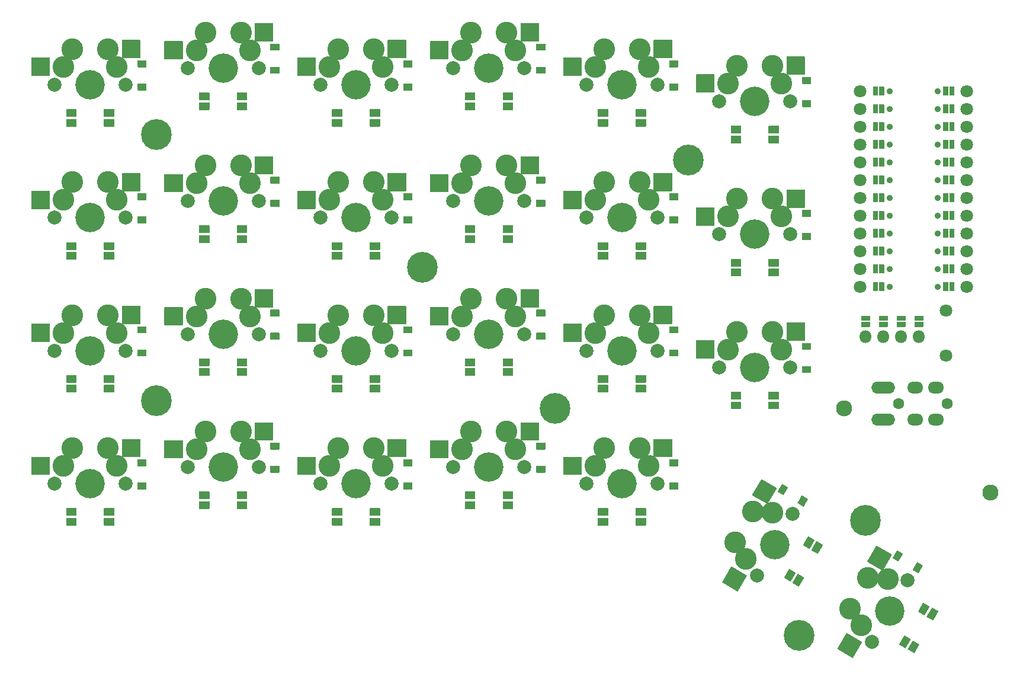
<source format=gbs>
G04 #@! TF.GenerationSoftware,KiCad,Pcbnew,8.0.8+1*
G04 #@! TF.CreationDate,2025-06-17T16:01:52+00:00*
G04 #@! TF.ProjectId,eggada50_autorouted,65676761-6461-4353-905f-6175746f726f,0.2*
G04 #@! TF.SameCoordinates,Original*
G04 #@! TF.FileFunction,Soldermask,Bot*
G04 #@! TF.FilePolarity,Negative*
%FSLAX46Y46*%
G04 Gerber Fmt 4.6, Leading zero omitted, Abs format (unit mm)*
G04 Created by KiCad (PCBNEW 8.0.8+1) date 2025-06-17 16:01:52*
%MOMM*%
%LPD*%
G01*
G04 APERTURE LIST*
%ADD10C,2.000000*%
%ADD11C,3.100000*%
%ADD12C,4.200000*%
%ADD13C,1.800000*%
%ADD14C,4.400000*%
%ADD15C,0.900000*%
%ADD16C,2.300000*%
%ADD17C,1.600000*%
%ADD18O,2.300000X1.700000*%
%ADD19O,3.400000X1.700000*%
%ADD20O,1.800000X1.800000*%
G04 APERTURE END LIST*
D10*
X189920000Y-64375000D03*
D11*
X192460000Y-59295000D03*
D12*
X195000000Y-64375000D03*
D11*
X198810000Y-61835000D03*
D10*
X200080000Y-64375000D03*
X170920000Y-81000000D03*
D11*
X173460000Y-75920000D03*
D12*
X176000000Y-81000000D03*
D11*
X179810000Y-78460000D03*
D10*
X181080000Y-81000000D03*
X94920000Y-62000000D03*
D11*
X97460000Y-56920000D03*
D12*
X100000000Y-62000000D03*
D11*
X103810000Y-59460000D03*
D10*
X105080000Y-62000000D03*
X211764500Y-122639409D03*
D11*
X208635091Y-117899705D03*
D12*
X214304500Y-118240000D03*
D11*
X214009795Y-113670443D03*
D10*
X216844500Y-113840591D03*
X94920000Y-43000000D03*
D11*
X97460000Y-37920000D03*
D12*
X100000000Y-43000000D03*
D11*
X103810000Y-40460000D03*
D10*
X105080000Y-43000000D03*
D13*
X222350000Y-75251000D03*
X222350000Y-81751000D03*
D10*
X189920000Y-83375000D03*
D11*
X192460000Y-78295000D03*
D12*
X195000000Y-83375000D03*
D11*
X198810000Y-80835000D03*
D10*
X200080000Y-83375000D03*
D14*
X147500000Y-69125000D03*
G36*
G01*
X222834000Y-44520000D02*
X222834000Y-43320000D01*
G75*
G02*
X222884000Y-43270000I50000J0D01*
G01*
X223484000Y-43270000D01*
G75*
G02*
X223534000Y-43320000I0J-50000D01*
G01*
X223534000Y-44520000D01*
G75*
G02*
X223484000Y-44570000I-50000J0D01*
G01*
X222884000Y-44570000D01*
G75*
G02*
X222834000Y-44520000I0J50000D01*
G01*
G37*
D13*
X225324000Y-43920000D03*
G36*
G01*
X222834000Y-47060000D02*
X222834000Y-45860000D01*
G75*
G02*
X222884000Y-45810000I50000J0D01*
G01*
X223484000Y-45810000D01*
G75*
G02*
X223534000Y-45860000I0J-50000D01*
G01*
X223534000Y-47060000D01*
G75*
G02*
X223484000Y-47110000I-50000J0D01*
G01*
X222884000Y-47110000D01*
G75*
G02*
X222834000Y-47060000I0J50000D01*
G01*
G37*
X225324000Y-46460000D03*
G36*
G01*
X222834000Y-49600000D02*
X222834000Y-48400000D01*
G75*
G02*
X222884000Y-48350000I50000J0D01*
G01*
X223484000Y-48350000D01*
G75*
G02*
X223534000Y-48400000I0J-50000D01*
G01*
X223534000Y-49600000D01*
G75*
G02*
X223484000Y-49650000I-50000J0D01*
G01*
X222884000Y-49650000D01*
G75*
G02*
X222834000Y-49600000I0J50000D01*
G01*
G37*
X225324000Y-49000000D03*
G36*
G01*
X222834000Y-52140000D02*
X222834000Y-50940000D01*
G75*
G02*
X222884000Y-50890000I50000J0D01*
G01*
X223484000Y-50890000D01*
G75*
G02*
X223534000Y-50940000I0J-50000D01*
G01*
X223534000Y-52140000D01*
G75*
G02*
X223484000Y-52190000I-50000J0D01*
G01*
X222884000Y-52190000D01*
G75*
G02*
X222834000Y-52140000I0J50000D01*
G01*
G37*
X225324000Y-51540000D03*
G36*
G01*
X222834000Y-54680000D02*
X222834000Y-53480000D01*
G75*
G02*
X222884000Y-53430000I50000J0D01*
G01*
X223484000Y-53430000D01*
G75*
G02*
X223534000Y-53480000I0J-50000D01*
G01*
X223534000Y-54680000D01*
G75*
G02*
X223484000Y-54730000I-50000J0D01*
G01*
X222884000Y-54730000D01*
G75*
G02*
X222834000Y-54680000I0J50000D01*
G01*
G37*
X225324000Y-54080000D03*
G36*
G01*
X222834000Y-57220000D02*
X222834000Y-56020000D01*
G75*
G02*
X222884000Y-55970000I50000J0D01*
G01*
X223484000Y-55970000D01*
G75*
G02*
X223534000Y-56020000I0J-50000D01*
G01*
X223534000Y-57220000D01*
G75*
G02*
X223484000Y-57270000I-50000J0D01*
G01*
X222884000Y-57270000D01*
G75*
G02*
X222834000Y-57220000I0J50000D01*
G01*
G37*
X225324000Y-56620000D03*
G36*
G01*
X222834000Y-59760000D02*
X222834000Y-58560000D01*
G75*
G02*
X222884000Y-58510000I50000J0D01*
G01*
X223484000Y-58510000D01*
G75*
G02*
X223534000Y-58560000I0J-50000D01*
G01*
X223534000Y-59760000D01*
G75*
G02*
X223484000Y-59810000I-50000J0D01*
G01*
X222884000Y-59810000D01*
G75*
G02*
X222834000Y-59760000I0J50000D01*
G01*
G37*
X225324000Y-59160000D03*
G36*
G01*
X222834000Y-62300000D02*
X222834000Y-61100000D01*
G75*
G02*
X222884000Y-61050000I50000J0D01*
G01*
X223484000Y-61050000D01*
G75*
G02*
X223534000Y-61100000I0J-50000D01*
G01*
X223534000Y-62300000D01*
G75*
G02*
X223484000Y-62350000I-50000J0D01*
G01*
X222884000Y-62350000D01*
G75*
G02*
X222834000Y-62300000I0J50000D01*
G01*
G37*
X225324000Y-61700000D03*
G36*
G01*
X222834000Y-64840000D02*
X222834000Y-63640000D01*
G75*
G02*
X222884000Y-63590000I50000J0D01*
G01*
X223484000Y-63590000D01*
G75*
G02*
X223534000Y-63640000I0J-50000D01*
G01*
X223534000Y-64840000D01*
G75*
G02*
X223484000Y-64890000I-50000J0D01*
G01*
X222884000Y-64890000D01*
G75*
G02*
X222834000Y-64840000I0J50000D01*
G01*
G37*
X225324000Y-64240000D03*
G36*
G01*
X222834000Y-67380000D02*
X222834000Y-66180000D01*
G75*
G02*
X222884000Y-66130000I50000J0D01*
G01*
X223484000Y-66130000D01*
G75*
G02*
X223534000Y-66180000I0J-50000D01*
G01*
X223534000Y-67380000D01*
G75*
G02*
X223484000Y-67430000I-50000J0D01*
G01*
X222884000Y-67430000D01*
G75*
G02*
X222834000Y-67380000I0J50000D01*
G01*
G37*
X225324000Y-66780000D03*
G36*
G01*
X222834000Y-69920000D02*
X222834000Y-68720000D01*
G75*
G02*
X222884000Y-68670000I50000J0D01*
G01*
X223484000Y-68670000D01*
G75*
G02*
X223534000Y-68720000I0J-50000D01*
G01*
X223534000Y-69920000D01*
G75*
G02*
X223484000Y-69970000I-50000J0D01*
G01*
X222884000Y-69970000D01*
G75*
G02*
X222834000Y-69920000I0J50000D01*
G01*
G37*
X225324000Y-69320000D03*
G36*
G01*
X222834000Y-72460000D02*
X222834000Y-71260000D01*
G75*
G02*
X222884000Y-71210000I50000J0D01*
G01*
X223484000Y-71210000D01*
G75*
G02*
X223534000Y-71260000I0J-50000D01*
G01*
X223534000Y-72460000D01*
G75*
G02*
X223484000Y-72510000I-50000J0D01*
G01*
X222884000Y-72510000D01*
G75*
G02*
X222834000Y-72460000I0J50000D01*
G01*
G37*
X225324000Y-71860000D03*
X210084000Y-71860000D03*
G36*
G01*
X211874000Y-72460000D02*
X211874000Y-71260000D01*
G75*
G02*
X211924000Y-71210000I50000J0D01*
G01*
X212524000Y-71210000D01*
G75*
G02*
X212574000Y-71260000I0J-50000D01*
G01*
X212574000Y-72460000D01*
G75*
G02*
X212524000Y-72510000I-50000J0D01*
G01*
X211924000Y-72510000D01*
G75*
G02*
X211874000Y-72460000I0J50000D01*
G01*
G37*
X210084000Y-69320000D03*
G36*
G01*
X211874000Y-69920000D02*
X211874000Y-68720000D01*
G75*
G02*
X211924000Y-68670000I50000J0D01*
G01*
X212524000Y-68670000D01*
G75*
G02*
X212574000Y-68720000I0J-50000D01*
G01*
X212574000Y-69920000D01*
G75*
G02*
X212524000Y-69970000I-50000J0D01*
G01*
X211924000Y-69970000D01*
G75*
G02*
X211874000Y-69920000I0J50000D01*
G01*
G37*
X210084000Y-66780000D03*
G36*
G01*
X211874000Y-67380000D02*
X211874000Y-66180000D01*
G75*
G02*
X211924000Y-66130000I50000J0D01*
G01*
X212524000Y-66130000D01*
G75*
G02*
X212574000Y-66180000I0J-50000D01*
G01*
X212574000Y-67380000D01*
G75*
G02*
X212524000Y-67430000I-50000J0D01*
G01*
X211924000Y-67430000D01*
G75*
G02*
X211874000Y-67380000I0J50000D01*
G01*
G37*
X210084000Y-64240000D03*
G36*
G01*
X211874000Y-64840000D02*
X211874000Y-63640000D01*
G75*
G02*
X211924000Y-63590000I50000J0D01*
G01*
X212524000Y-63590000D01*
G75*
G02*
X212574000Y-63640000I0J-50000D01*
G01*
X212574000Y-64840000D01*
G75*
G02*
X212524000Y-64890000I-50000J0D01*
G01*
X211924000Y-64890000D01*
G75*
G02*
X211874000Y-64840000I0J50000D01*
G01*
G37*
X210084000Y-61700000D03*
G36*
G01*
X211874000Y-62300000D02*
X211874000Y-61100000D01*
G75*
G02*
X211924000Y-61050000I50000J0D01*
G01*
X212524000Y-61050000D01*
G75*
G02*
X212574000Y-61100000I0J-50000D01*
G01*
X212574000Y-62300000D01*
G75*
G02*
X212524000Y-62350000I-50000J0D01*
G01*
X211924000Y-62350000D01*
G75*
G02*
X211874000Y-62300000I0J50000D01*
G01*
G37*
X210084000Y-59160000D03*
G36*
G01*
X211874000Y-59760000D02*
X211874000Y-58560000D01*
G75*
G02*
X211924000Y-58510000I50000J0D01*
G01*
X212524000Y-58510000D01*
G75*
G02*
X212574000Y-58560000I0J-50000D01*
G01*
X212574000Y-59760000D01*
G75*
G02*
X212524000Y-59810000I-50000J0D01*
G01*
X211924000Y-59810000D01*
G75*
G02*
X211874000Y-59760000I0J50000D01*
G01*
G37*
X210084000Y-56620000D03*
G36*
G01*
X211874000Y-57220000D02*
X211874000Y-56020000D01*
G75*
G02*
X211924000Y-55970000I50000J0D01*
G01*
X212524000Y-55970000D01*
G75*
G02*
X212574000Y-56020000I0J-50000D01*
G01*
X212574000Y-57220000D01*
G75*
G02*
X212524000Y-57270000I-50000J0D01*
G01*
X211924000Y-57270000D01*
G75*
G02*
X211874000Y-57220000I0J50000D01*
G01*
G37*
X210084000Y-54080000D03*
G36*
G01*
X211874000Y-54680000D02*
X211874000Y-53480000D01*
G75*
G02*
X211924000Y-53430000I50000J0D01*
G01*
X212524000Y-53430000D01*
G75*
G02*
X212574000Y-53480000I0J-50000D01*
G01*
X212574000Y-54680000D01*
G75*
G02*
X212524000Y-54730000I-50000J0D01*
G01*
X211924000Y-54730000D01*
G75*
G02*
X211874000Y-54680000I0J50000D01*
G01*
G37*
X210084000Y-51540000D03*
G36*
G01*
X211874000Y-52140000D02*
X211874000Y-50940000D01*
G75*
G02*
X211924000Y-50890000I50000J0D01*
G01*
X212524000Y-50890000D01*
G75*
G02*
X212574000Y-50940000I0J-50000D01*
G01*
X212574000Y-52140000D01*
G75*
G02*
X212524000Y-52190000I-50000J0D01*
G01*
X211924000Y-52190000D01*
G75*
G02*
X211874000Y-52140000I0J50000D01*
G01*
G37*
X210084000Y-49000000D03*
G36*
G01*
X211874000Y-49600000D02*
X211874000Y-48400000D01*
G75*
G02*
X211924000Y-48350000I50000J0D01*
G01*
X212524000Y-48350000D01*
G75*
G02*
X212574000Y-48400000I0J-50000D01*
G01*
X212574000Y-49600000D01*
G75*
G02*
X212524000Y-49650000I-50000J0D01*
G01*
X211924000Y-49650000D01*
G75*
G02*
X211874000Y-49600000I0J50000D01*
G01*
G37*
X210084000Y-46460000D03*
G36*
G01*
X211874000Y-47060000D02*
X211874000Y-45860000D01*
G75*
G02*
X211924000Y-45810000I50000J0D01*
G01*
X212524000Y-45810000D01*
G75*
G02*
X212574000Y-45860000I0J-50000D01*
G01*
X212574000Y-47060000D01*
G75*
G02*
X212524000Y-47110000I-50000J0D01*
G01*
X211924000Y-47110000D01*
G75*
G02*
X211874000Y-47060000I0J50000D01*
G01*
G37*
X210084000Y-43920000D03*
G36*
G01*
X211874000Y-44520000D02*
X211874000Y-43320000D01*
G75*
G02*
X211924000Y-43270000I50000J0D01*
G01*
X212524000Y-43270000D01*
G75*
G02*
X212574000Y-43320000I0J-50000D01*
G01*
X212574000Y-44520000D01*
G75*
G02*
X212524000Y-44570000I-50000J0D01*
G01*
X211924000Y-44570000D01*
G75*
G02*
X211874000Y-44520000I0J50000D01*
G01*
G37*
G36*
G01*
X212774000Y-44520000D02*
X212774000Y-43320000D01*
G75*
G02*
X212824000Y-43270000I50000J0D01*
G01*
X213424000Y-43270000D01*
G75*
G02*
X213474000Y-43320000I0J-50000D01*
G01*
X213474000Y-44520000D01*
G75*
G02*
X213424000Y-44570000I-50000J0D01*
G01*
X212824000Y-44570000D01*
G75*
G02*
X212774000Y-44520000I0J50000D01*
G01*
G37*
D15*
X221104000Y-43920000D03*
G36*
G01*
X212774000Y-47060000D02*
X212774000Y-45860000D01*
G75*
G02*
X212824000Y-45810000I50000J0D01*
G01*
X213424000Y-45810000D01*
G75*
G02*
X213474000Y-45860000I0J-50000D01*
G01*
X213474000Y-47060000D01*
G75*
G02*
X213424000Y-47110000I-50000J0D01*
G01*
X212824000Y-47110000D01*
G75*
G02*
X212774000Y-47060000I0J50000D01*
G01*
G37*
X221104000Y-46460000D03*
G36*
G01*
X212774000Y-49600000D02*
X212774000Y-48400000D01*
G75*
G02*
X212824000Y-48350000I50000J0D01*
G01*
X213424000Y-48350000D01*
G75*
G02*
X213474000Y-48400000I0J-50000D01*
G01*
X213474000Y-49600000D01*
G75*
G02*
X213424000Y-49650000I-50000J0D01*
G01*
X212824000Y-49650000D01*
G75*
G02*
X212774000Y-49600000I0J50000D01*
G01*
G37*
X221104000Y-49000000D03*
G36*
G01*
X212774000Y-52140000D02*
X212774000Y-50940000D01*
G75*
G02*
X212824000Y-50890000I50000J0D01*
G01*
X213424000Y-50890000D01*
G75*
G02*
X213474000Y-50940000I0J-50000D01*
G01*
X213474000Y-52140000D01*
G75*
G02*
X213424000Y-52190000I-50000J0D01*
G01*
X212824000Y-52190000D01*
G75*
G02*
X212774000Y-52140000I0J50000D01*
G01*
G37*
X221104000Y-51540000D03*
G36*
G01*
X212774000Y-54680000D02*
X212774000Y-53480000D01*
G75*
G02*
X212824000Y-53430000I50000J0D01*
G01*
X213424000Y-53430000D01*
G75*
G02*
X213474000Y-53480000I0J-50000D01*
G01*
X213474000Y-54680000D01*
G75*
G02*
X213424000Y-54730000I-50000J0D01*
G01*
X212824000Y-54730000D01*
G75*
G02*
X212774000Y-54680000I0J50000D01*
G01*
G37*
X221104000Y-54080000D03*
G36*
G01*
X212774000Y-57220000D02*
X212774000Y-56020000D01*
G75*
G02*
X212824000Y-55970000I50000J0D01*
G01*
X213424000Y-55970000D01*
G75*
G02*
X213474000Y-56020000I0J-50000D01*
G01*
X213474000Y-57220000D01*
G75*
G02*
X213424000Y-57270000I-50000J0D01*
G01*
X212824000Y-57270000D01*
G75*
G02*
X212774000Y-57220000I0J50000D01*
G01*
G37*
X221104000Y-56620000D03*
G36*
G01*
X212774000Y-59760000D02*
X212774000Y-58560000D01*
G75*
G02*
X212824000Y-58510000I50000J0D01*
G01*
X213424000Y-58510000D01*
G75*
G02*
X213474000Y-58560000I0J-50000D01*
G01*
X213474000Y-59760000D01*
G75*
G02*
X213424000Y-59810000I-50000J0D01*
G01*
X212824000Y-59810000D01*
G75*
G02*
X212774000Y-59760000I0J50000D01*
G01*
G37*
X221104000Y-59160000D03*
G36*
G01*
X212774000Y-62300000D02*
X212774000Y-61100000D01*
G75*
G02*
X212824000Y-61050000I50000J0D01*
G01*
X213424000Y-61050000D01*
G75*
G02*
X213474000Y-61100000I0J-50000D01*
G01*
X213474000Y-62300000D01*
G75*
G02*
X213424000Y-62350000I-50000J0D01*
G01*
X212824000Y-62350000D01*
G75*
G02*
X212774000Y-62300000I0J50000D01*
G01*
G37*
X221104000Y-61700000D03*
G36*
G01*
X212774000Y-64840000D02*
X212774000Y-63640000D01*
G75*
G02*
X212824000Y-63590000I50000J0D01*
G01*
X213424000Y-63590000D01*
G75*
G02*
X213474000Y-63640000I0J-50000D01*
G01*
X213474000Y-64840000D01*
G75*
G02*
X213424000Y-64890000I-50000J0D01*
G01*
X212824000Y-64890000D01*
G75*
G02*
X212774000Y-64840000I0J50000D01*
G01*
G37*
X221104000Y-64240000D03*
G36*
G01*
X212774000Y-67380000D02*
X212774000Y-66180000D01*
G75*
G02*
X212824000Y-66130000I50000J0D01*
G01*
X213424000Y-66130000D01*
G75*
G02*
X213474000Y-66180000I0J-50000D01*
G01*
X213474000Y-67380000D01*
G75*
G02*
X213424000Y-67430000I-50000J0D01*
G01*
X212824000Y-67430000D01*
G75*
G02*
X212774000Y-67380000I0J50000D01*
G01*
G37*
X221104000Y-66780000D03*
G36*
G01*
X212774000Y-69920000D02*
X212774000Y-68720000D01*
G75*
G02*
X212824000Y-68670000I50000J0D01*
G01*
X213424000Y-68670000D01*
G75*
G02*
X213474000Y-68720000I0J-50000D01*
G01*
X213474000Y-69920000D01*
G75*
G02*
X213424000Y-69970000I-50000J0D01*
G01*
X212824000Y-69970000D01*
G75*
G02*
X212774000Y-69920000I0J50000D01*
G01*
G37*
X221104000Y-69320000D03*
G36*
G01*
X212774000Y-72460000D02*
X212774000Y-71260000D01*
G75*
G02*
X212824000Y-71210000I50000J0D01*
G01*
X213424000Y-71210000D01*
G75*
G02*
X213474000Y-71260000I0J-50000D01*
G01*
X213474000Y-72460000D01*
G75*
G02*
X213424000Y-72510000I-50000J0D01*
G01*
X212824000Y-72510000D01*
G75*
G02*
X212774000Y-72460000I0J50000D01*
G01*
G37*
X221104000Y-71860000D03*
X214304000Y-71860000D03*
G36*
G01*
X221934000Y-72460000D02*
X221934000Y-71260000D01*
G75*
G02*
X221984000Y-71210000I50000J0D01*
G01*
X222584000Y-71210000D01*
G75*
G02*
X222634000Y-71260000I0J-50000D01*
G01*
X222634000Y-72460000D01*
G75*
G02*
X222584000Y-72510000I-50000J0D01*
G01*
X221984000Y-72510000D01*
G75*
G02*
X221934000Y-72460000I0J50000D01*
G01*
G37*
X214304000Y-69320000D03*
G36*
G01*
X221934000Y-69920000D02*
X221934000Y-68720000D01*
G75*
G02*
X221984000Y-68670000I50000J0D01*
G01*
X222584000Y-68670000D01*
G75*
G02*
X222634000Y-68720000I0J-50000D01*
G01*
X222634000Y-69920000D01*
G75*
G02*
X222584000Y-69970000I-50000J0D01*
G01*
X221984000Y-69970000D01*
G75*
G02*
X221934000Y-69920000I0J50000D01*
G01*
G37*
X214304000Y-66780000D03*
G36*
G01*
X221934000Y-67380000D02*
X221934000Y-66180000D01*
G75*
G02*
X221984000Y-66130000I50000J0D01*
G01*
X222584000Y-66130000D01*
G75*
G02*
X222634000Y-66180000I0J-50000D01*
G01*
X222634000Y-67380000D01*
G75*
G02*
X222584000Y-67430000I-50000J0D01*
G01*
X221984000Y-67430000D01*
G75*
G02*
X221934000Y-67380000I0J50000D01*
G01*
G37*
X214304000Y-64240000D03*
G36*
G01*
X221934000Y-64840000D02*
X221934000Y-63640000D01*
G75*
G02*
X221984000Y-63590000I50000J0D01*
G01*
X222584000Y-63590000D01*
G75*
G02*
X222634000Y-63640000I0J-50000D01*
G01*
X222634000Y-64840000D01*
G75*
G02*
X222584000Y-64890000I-50000J0D01*
G01*
X221984000Y-64890000D01*
G75*
G02*
X221934000Y-64840000I0J50000D01*
G01*
G37*
X214304000Y-61700000D03*
G36*
G01*
X221934000Y-62300000D02*
X221934000Y-61100000D01*
G75*
G02*
X221984000Y-61050000I50000J0D01*
G01*
X222584000Y-61050000D01*
G75*
G02*
X222634000Y-61100000I0J-50000D01*
G01*
X222634000Y-62300000D01*
G75*
G02*
X222584000Y-62350000I-50000J0D01*
G01*
X221984000Y-62350000D01*
G75*
G02*
X221934000Y-62300000I0J50000D01*
G01*
G37*
X214304000Y-59160000D03*
G36*
G01*
X221934000Y-59760000D02*
X221934000Y-58560000D01*
G75*
G02*
X221984000Y-58510000I50000J0D01*
G01*
X222584000Y-58510000D01*
G75*
G02*
X222634000Y-58560000I0J-50000D01*
G01*
X222634000Y-59760000D01*
G75*
G02*
X222584000Y-59810000I-50000J0D01*
G01*
X221984000Y-59810000D01*
G75*
G02*
X221934000Y-59760000I0J50000D01*
G01*
G37*
X214304000Y-56620000D03*
G36*
G01*
X221934000Y-57220000D02*
X221934000Y-56020000D01*
G75*
G02*
X221984000Y-55970000I50000J0D01*
G01*
X222584000Y-55970000D01*
G75*
G02*
X222634000Y-56020000I0J-50000D01*
G01*
X222634000Y-57220000D01*
G75*
G02*
X222584000Y-57270000I-50000J0D01*
G01*
X221984000Y-57270000D01*
G75*
G02*
X221934000Y-57220000I0J50000D01*
G01*
G37*
X214304000Y-54080000D03*
G36*
G01*
X221934000Y-54680000D02*
X221934000Y-53480000D01*
G75*
G02*
X221984000Y-53430000I50000J0D01*
G01*
X222584000Y-53430000D01*
G75*
G02*
X222634000Y-53480000I0J-50000D01*
G01*
X222634000Y-54680000D01*
G75*
G02*
X222584000Y-54730000I-50000J0D01*
G01*
X221984000Y-54730000D01*
G75*
G02*
X221934000Y-54680000I0J50000D01*
G01*
G37*
X214304000Y-51540000D03*
G36*
G01*
X221934000Y-52140000D02*
X221934000Y-50940000D01*
G75*
G02*
X221984000Y-50890000I50000J0D01*
G01*
X222584000Y-50890000D01*
G75*
G02*
X222634000Y-50940000I0J-50000D01*
G01*
X222634000Y-52140000D01*
G75*
G02*
X222584000Y-52190000I-50000J0D01*
G01*
X221984000Y-52190000D01*
G75*
G02*
X221934000Y-52140000I0J50000D01*
G01*
G37*
X214304000Y-49000000D03*
G36*
G01*
X221934000Y-49600000D02*
X221934000Y-48400000D01*
G75*
G02*
X221984000Y-48350000I50000J0D01*
G01*
X222584000Y-48350000D01*
G75*
G02*
X222634000Y-48400000I0J-50000D01*
G01*
X222634000Y-49600000D01*
G75*
G02*
X222584000Y-49650000I-50000J0D01*
G01*
X221984000Y-49650000D01*
G75*
G02*
X221934000Y-49600000I0J50000D01*
G01*
G37*
X214304000Y-46460000D03*
G36*
G01*
X221934000Y-47060000D02*
X221934000Y-45860000D01*
G75*
G02*
X221984000Y-45810000I50000J0D01*
G01*
X222584000Y-45810000D01*
G75*
G02*
X222634000Y-45860000I0J-50000D01*
G01*
X222634000Y-47060000D01*
G75*
G02*
X222584000Y-47110000I-50000J0D01*
G01*
X221984000Y-47110000D01*
G75*
G02*
X221934000Y-47060000I0J50000D01*
G01*
G37*
X214304000Y-43920000D03*
G36*
G01*
X221934000Y-44520000D02*
X221934000Y-43320000D01*
G75*
G02*
X221984000Y-43270000I50000J0D01*
G01*
X222584000Y-43270000D01*
G75*
G02*
X222634000Y-43320000I0J-50000D01*
G01*
X222634000Y-44520000D01*
G75*
G02*
X222584000Y-44570000I-50000J0D01*
G01*
X221984000Y-44570000D01*
G75*
G02*
X221934000Y-44520000I0J50000D01*
G01*
G37*
D14*
X166468000Y-89261000D03*
D10*
X132920000Y-62000000D03*
D11*
X135460000Y-56920000D03*
D12*
X138000000Y-62000000D03*
D11*
X141810000Y-59460000D03*
D10*
X143080000Y-62000000D03*
X132920000Y-43000000D03*
D11*
X135460000Y-37920000D03*
D12*
X138000000Y-43000000D03*
D11*
X141810000Y-40460000D03*
D10*
X143080000Y-43000000D03*
D14*
X185468000Y-53736000D03*
D10*
X195310000Y-113139409D03*
D11*
X192180591Y-108399705D03*
D12*
X197850000Y-108740000D03*
D11*
X197555295Y-104170443D03*
D10*
X200390000Y-104340591D03*
D14*
X109500000Y-50125000D03*
D10*
X151920000Y-97625000D03*
D11*
X154460000Y-92545000D03*
D12*
X157000000Y-97625000D03*
D11*
X160810000Y-95085000D03*
D10*
X162080000Y-97625000D03*
X170920000Y-43000000D03*
D11*
X173460000Y-37920000D03*
D12*
X176000000Y-43000000D03*
D11*
X179810000Y-40460000D03*
D10*
X181080000Y-43000000D03*
D16*
X228694000Y-101245000D03*
D10*
X170920000Y-62000000D03*
D11*
X173460000Y-56920000D03*
D12*
X176000000Y-62000000D03*
D11*
X179810000Y-59460000D03*
D10*
X181080000Y-62000000D03*
X113920000Y-59625000D03*
D11*
X116460000Y-54545000D03*
D12*
X119000000Y-59625000D03*
D11*
X122810000Y-57085000D03*
D10*
X124080000Y-59625000D03*
X151920000Y-40625000D03*
D11*
X154460000Y-35545000D03*
D12*
X157000000Y-40625000D03*
D11*
X160810000Y-38085000D03*
D10*
X162080000Y-40625000D03*
X113920000Y-78625000D03*
D11*
X116460000Y-73545000D03*
D12*
X119000000Y-78625000D03*
D11*
X122810000Y-76085000D03*
D10*
X124080000Y-78625000D03*
D14*
X210827200Y-105262800D03*
X201327200Y-121717200D03*
D17*
X222510000Y-88560000D03*
X215510000Y-88560000D03*
D18*
X220910000Y-86260000D03*
X220910000Y-90860000D03*
X217910000Y-86260000D03*
X217910000Y-90860000D03*
D19*
X213360000Y-86260000D03*
X213360000Y-90860000D03*
D10*
X170920000Y-100000000D03*
D11*
X173460000Y-94920000D03*
D12*
X176000000Y-100000000D03*
D11*
X179810000Y-97460000D03*
D10*
X181080000Y-100000000D03*
X189920000Y-45375000D03*
D11*
X192460000Y-40295000D03*
D12*
X195000000Y-45375000D03*
D11*
X198810000Y-42835000D03*
D10*
X200080000Y-45375000D03*
D14*
X109500000Y-88125000D03*
D10*
X132920000Y-100000000D03*
D11*
X135460000Y-94920000D03*
D12*
X138000000Y-100000000D03*
D11*
X141810000Y-97460000D03*
D10*
X143080000Y-100000000D03*
X151920000Y-59625000D03*
D11*
X154460000Y-54545000D03*
D12*
X157000000Y-59625000D03*
D11*
X160810000Y-57085000D03*
D10*
X162080000Y-59625000D03*
X132920000Y-81000000D03*
D11*
X135460000Y-75920000D03*
D12*
X138000000Y-81000000D03*
D11*
X141810000Y-78460000D03*
D10*
X143080000Y-81000000D03*
D20*
X210837000Y-79008000D03*
X213377000Y-79008000D03*
X215917000Y-79008000D03*
X218457000Y-79008000D03*
G36*
G01*
X217857000Y-76908000D02*
X219057000Y-76908000D01*
G75*
G02*
X219107000Y-76958000I0J-50000D01*
G01*
X219107000Y-77558000D01*
G75*
G02*
X219057000Y-77608000I-50000J0D01*
G01*
X217857000Y-77608000D01*
G75*
G02*
X217807000Y-77558000I0J50000D01*
G01*
X217807000Y-76958000D01*
G75*
G02*
X217857000Y-76908000I50000J0D01*
G01*
G37*
G36*
G01*
X215317000Y-76908000D02*
X216517000Y-76908000D01*
G75*
G02*
X216567000Y-76958000I0J-50000D01*
G01*
X216567000Y-77558000D01*
G75*
G02*
X216517000Y-77608000I-50000J0D01*
G01*
X215317000Y-77608000D01*
G75*
G02*
X215267000Y-77558000I0J50000D01*
G01*
X215267000Y-76958000D01*
G75*
G02*
X215317000Y-76908000I50000J0D01*
G01*
G37*
G36*
G01*
X212777000Y-76908000D02*
X213977000Y-76908000D01*
G75*
G02*
X214027000Y-76958000I0J-50000D01*
G01*
X214027000Y-77558000D01*
G75*
G02*
X213977000Y-77608000I-50000J0D01*
G01*
X212777000Y-77608000D01*
G75*
G02*
X212727000Y-77558000I0J50000D01*
G01*
X212727000Y-76958000D01*
G75*
G02*
X212777000Y-76908000I50000J0D01*
G01*
G37*
G36*
G01*
X210237000Y-76908000D02*
X211437000Y-76908000D01*
G75*
G02*
X211487000Y-76958000I0J-50000D01*
G01*
X211487000Y-77558000D01*
G75*
G02*
X211437000Y-77608000I-50000J0D01*
G01*
X210237000Y-77608000D01*
G75*
G02*
X210187000Y-77558000I0J50000D01*
G01*
X210187000Y-76958000D01*
G75*
G02*
X210237000Y-76908000I50000J0D01*
G01*
G37*
G36*
G01*
X217857000Y-76008000D02*
X219057000Y-76008000D01*
G75*
G02*
X219107000Y-76058000I0J-50000D01*
G01*
X219107000Y-76658000D01*
G75*
G02*
X219057000Y-76708000I-50000J0D01*
G01*
X217857000Y-76708000D01*
G75*
G02*
X217807000Y-76658000I0J50000D01*
G01*
X217807000Y-76058000D01*
G75*
G02*
X217857000Y-76008000I50000J0D01*
G01*
G37*
G36*
G01*
X215317000Y-76008000D02*
X216517000Y-76008000D01*
G75*
G02*
X216567000Y-76058000I0J-50000D01*
G01*
X216567000Y-76658000D01*
G75*
G02*
X216517000Y-76708000I-50000J0D01*
G01*
X215317000Y-76708000D01*
G75*
G02*
X215267000Y-76658000I0J50000D01*
G01*
X215267000Y-76058000D01*
G75*
G02*
X215317000Y-76008000I50000J0D01*
G01*
G37*
G36*
G01*
X212777000Y-76008000D02*
X213977000Y-76008000D01*
G75*
G02*
X214027000Y-76058000I0J-50000D01*
G01*
X214027000Y-76658000D01*
G75*
G02*
X213977000Y-76708000I-50000J0D01*
G01*
X212777000Y-76708000D01*
G75*
G02*
X212727000Y-76658000I0J50000D01*
G01*
X212727000Y-76058000D01*
G75*
G02*
X212777000Y-76008000I50000J0D01*
G01*
G37*
G36*
G01*
X210237000Y-76008000D02*
X211437000Y-76008000D01*
G75*
G02*
X211487000Y-76058000I0J-50000D01*
G01*
X211487000Y-76658000D01*
G75*
G02*
X211437000Y-76708000I-50000J0D01*
G01*
X210237000Y-76708000D01*
G75*
G02*
X210187000Y-76658000I0J50000D01*
G01*
X210187000Y-76058000D01*
G75*
G02*
X210237000Y-76008000I50000J0D01*
G01*
G37*
D10*
X94920000Y-100000000D03*
D11*
X97460000Y-94920000D03*
D12*
X100000000Y-100000000D03*
D11*
X103810000Y-97460000D03*
D10*
X105080000Y-100000000D03*
X151920000Y-78625000D03*
D11*
X154460000Y-73545000D03*
D12*
X157000000Y-78625000D03*
D11*
X160810000Y-76085000D03*
D10*
X162080000Y-78625000D03*
D16*
X207762000Y-89226000D03*
D10*
X113920000Y-40625000D03*
D11*
X116460000Y-35545000D03*
D12*
X119000000Y-40625000D03*
D11*
X122810000Y-38085000D03*
D10*
X124080000Y-40625000D03*
X113920000Y-97625000D03*
D11*
X116460000Y-92545000D03*
D12*
X119000000Y-97625000D03*
D11*
X122810000Y-95085000D03*
D10*
X124080000Y-97625000D03*
X94920000Y-81000000D03*
D11*
X97460000Y-75920000D03*
D12*
X100000000Y-81000000D03*
D11*
X103810000Y-78460000D03*
D10*
X105080000Y-81000000D03*
G36*
G01*
X136050000Y-103550000D02*
X136050000Y-104550000D01*
G75*
G02*
X136000000Y-104600000I-50000J0D01*
G01*
X134600000Y-104600000D01*
G75*
G02*
X134550000Y-104550000I0J50000D01*
G01*
X134550000Y-103550000D01*
G75*
G02*
X134600000Y-103500000I50000J0D01*
G01*
X136000000Y-103500000D01*
G75*
G02*
X136050000Y-103550000I0J-50000D01*
G01*
G37*
G36*
G01*
X136050000Y-104950000D02*
X136050000Y-105950000D01*
G75*
G02*
X136000000Y-106000000I-50000J0D01*
G01*
X134600000Y-106000000D01*
G75*
G02*
X134550000Y-105950000I0J50000D01*
G01*
X134550000Y-104950000D01*
G75*
G02*
X134600000Y-104900000I50000J0D01*
G01*
X136000000Y-104900000D01*
G75*
G02*
X136050000Y-104950000I0J-50000D01*
G01*
G37*
G36*
G01*
X141450000Y-104950000D02*
X141450000Y-105950000D01*
G75*
G02*
X141400000Y-106000000I-50000J0D01*
G01*
X140000000Y-106000000D01*
G75*
G02*
X139950000Y-105950000I0J50000D01*
G01*
X139950000Y-104950000D01*
G75*
G02*
X140000000Y-104900000I50000J0D01*
G01*
X141400000Y-104900000D01*
G75*
G02*
X141450000Y-104950000I0J-50000D01*
G01*
G37*
G36*
G01*
X141450000Y-103550000D02*
X141450000Y-104550000D01*
G75*
G02*
X141400000Y-104600000I-50000J0D01*
G01*
X140000000Y-104600000D01*
G75*
G02*
X139950000Y-104550000I0J50000D01*
G01*
X139950000Y-103550000D01*
G75*
G02*
X140000000Y-103500000I50000J0D01*
G01*
X141400000Y-103500000D01*
G75*
G02*
X141450000Y-103550000I0J-50000D01*
G01*
G37*
X211764500Y-122639409D03*
D11*
X210199795Y-120269557D03*
D12*
X214304500Y-118240000D03*
D11*
X211175091Y-113500295D03*
D10*
X216844500Y-113840591D03*
G36*
G01*
X208982327Y-124878273D02*
X206817263Y-123628273D01*
G75*
G02*
X206798962Y-123559972I25000J43301D01*
G01*
X208073962Y-121351608D01*
G75*
G02*
X208142263Y-121333307I43301J-25000D01*
G01*
X210307327Y-122583307D01*
G75*
G02*
X210325628Y-122651608I-25000J-43301D01*
G01*
X209050628Y-124859972D01*
G75*
G02*
X208982327Y-124878273I-43301J25000D01*
G01*
G37*
G36*
G01*
X213246123Y-112413163D02*
X211081059Y-111163163D01*
G75*
G02*
X211062758Y-111094862I25000J43301D01*
G01*
X212337758Y-108886498D01*
G75*
G02*
X212406059Y-108868197I43301J-25000D01*
G01*
X214571123Y-110118197D01*
G75*
G02*
X214589424Y-110186498I-25000J-43301D01*
G01*
X213314424Y-112394862D01*
G75*
G02*
X213246123Y-112413163I-43301J25000D01*
G01*
G37*
G36*
G01*
X184000000Y-100825000D02*
X182800000Y-100825000D01*
G75*
G02*
X182750000Y-100775000I0J50000D01*
G01*
X182750000Y-99875000D01*
G75*
G02*
X182800000Y-99825000I50000J0D01*
G01*
X184000000Y-99825000D01*
G75*
G02*
X184050000Y-99875000I0J-50000D01*
G01*
X184050000Y-100775000D01*
G75*
G02*
X184000000Y-100825000I-50000J0D01*
G01*
G37*
G36*
G01*
X184000000Y-97525000D02*
X182800000Y-97525000D01*
G75*
G02*
X182750000Y-97475000I0J50000D01*
G01*
X182750000Y-96575000D01*
G75*
G02*
X182800000Y-96525000I50000J0D01*
G01*
X184000000Y-96525000D01*
G75*
G02*
X184050000Y-96575000I0J-50000D01*
G01*
X184050000Y-97475000D01*
G75*
G02*
X184000000Y-97525000I-50000J0D01*
G01*
G37*
X151920000Y-78625000D03*
D11*
X153190000Y-76085000D03*
D12*
X157000000Y-78625000D03*
D11*
X159540000Y-73545000D03*
D10*
X162080000Y-78625000D03*
G36*
G01*
X148590000Y-77335000D02*
X148590000Y-74835000D01*
G75*
G02*
X148640000Y-74785000I50000J0D01*
G01*
X151190000Y-74785000D01*
G75*
G02*
X151240000Y-74835000I0J-50000D01*
G01*
X151240000Y-77335000D01*
G75*
G02*
X151190000Y-77385000I-50000J0D01*
G01*
X148640000Y-77385000D01*
G75*
G02*
X148590000Y-77335000I0J50000D01*
G01*
G37*
G36*
G01*
X161517000Y-74795000D02*
X161517000Y-72295000D01*
G75*
G02*
X161567000Y-72245000I50000J0D01*
G01*
X164117000Y-72245000D01*
G75*
G02*
X164167000Y-72295000I0J-50000D01*
G01*
X164167000Y-74795000D01*
G75*
G02*
X164117000Y-74845000I-50000J0D01*
G01*
X161567000Y-74845000D01*
G75*
G02*
X161517000Y-74795000I0J50000D01*
G01*
G37*
G36*
G01*
X98050000Y-46550000D02*
X98050000Y-47550000D01*
G75*
G02*
X98000000Y-47600000I-50000J0D01*
G01*
X96600000Y-47600000D01*
G75*
G02*
X96550000Y-47550000I0J50000D01*
G01*
X96550000Y-46550000D01*
G75*
G02*
X96600000Y-46500000I50000J0D01*
G01*
X98000000Y-46500000D01*
G75*
G02*
X98050000Y-46550000I0J-50000D01*
G01*
G37*
G36*
G01*
X98050000Y-47950000D02*
X98050000Y-48950000D01*
G75*
G02*
X98000000Y-49000000I-50000J0D01*
G01*
X96600000Y-49000000D01*
G75*
G02*
X96550000Y-48950000I0J50000D01*
G01*
X96550000Y-47950000D01*
G75*
G02*
X96600000Y-47900000I50000J0D01*
G01*
X98000000Y-47900000D01*
G75*
G02*
X98050000Y-47950000I0J-50000D01*
G01*
G37*
G36*
G01*
X103450000Y-47950000D02*
X103450000Y-48950000D01*
G75*
G02*
X103400000Y-49000000I-50000J0D01*
G01*
X102000000Y-49000000D01*
G75*
G02*
X101950000Y-48950000I0J50000D01*
G01*
X101950000Y-47950000D01*
G75*
G02*
X102000000Y-47900000I50000J0D01*
G01*
X103400000Y-47900000D01*
G75*
G02*
X103450000Y-47950000I0J-50000D01*
G01*
G37*
G36*
G01*
X103450000Y-46550000D02*
X103450000Y-47550000D01*
G75*
G02*
X103400000Y-47600000I-50000J0D01*
G01*
X102000000Y-47600000D01*
G75*
G02*
X101950000Y-47550000I0J50000D01*
G01*
X101950000Y-46550000D01*
G75*
G02*
X102000000Y-46500000I50000J0D01*
G01*
X103400000Y-46500000D01*
G75*
G02*
X103450000Y-46550000I0J-50000D01*
G01*
G37*
G36*
G01*
X146000000Y-100825000D02*
X144800000Y-100825000D01*
G75*
G02*
X144750000Y-100775000I0J50000D01*
G01*
X144750000Y-99875000D01*
G75*
G02*
X144800000Y-99825000I50000J0D01*
G01*
X146000000Y-99825000D01*
G75*
G02*
X146050000Y-99875000I0J-50000D01*
G01*
X146050000Y-100775000D01*
G75*
G02*
X146000000Y-100825000I-50000J0D01*
G01*
G37*
G36*
G01*
X146000000Y-97525000D02*
X144800000Y-97525000D01*
G75*
G02*
X144750000Y-97475000I0J50000D01*
G01*
X144750000Y-96575000D01*
G75*
G02*
X144800000Y-96525000I50000J0D01*
G01*
X146000000Y-96525000D01*
G75*
G02*
X146050000Y-96575000I0J-50000D01*
G01*
X146050000Y-97475000D01*
G75*
G02*
X146000000Y-97525000I-50000J0D01*
G01*
G37*
G36*
G01*
X203000000Y-84200000D02*
X201800000Y-84200000D01*
G75*
G02*
X201750000Y-84150000I0J50000D01*
G01*
X201750000Y-83250000D01*
G75*
G02*
X201800000Y-83200000I50000J0D01*
G01*
X203000000Y-83200000D01*
G75*
G02*
X203050000Y-83250000I0J-50000D01*
G01*
X203050000Y-84150000D01*
G75*
G02*
X203000000Y-84200000I-50000J0D01*
G01*
G37*
G36*
G01*
X203000000Y-80900000D02*
X201800000Y-80900000D01*
G75*
G02*
X201750000Y-80850000I0J50000D01*
G01*
X201750000Y-79950000D01*
G75*
G02*
X201800000Y-79900000I50000J0D01*
G01*
X203000000Y-79900000D01*
G75*
G02*
X203050000Y-79950000I0J-50000D01*
G01*
X203050000Y-80850000D01*
G75*
G02*
X203000000Y-80900000I-50000J0D01*
G01*
G37*
X151920000Y-59625000D03*
D11*
X153190000Y-57085000D03*
D12*
X157000000Y-59625000D03*
D11*
X159540000Y-54545000D03*
D10*
X162080000Y-59625000D03*
G36*
G01*
X148590000Y-58335000D02*
X148590000Y-55835000D01*
G75*
G02*
X148640000Y-55785000I50000J0D01*
G01*
X151190000Y-55785000D01*
G75*
G02*
X151240000Y-55835000I0J-50000D01*
G01*
X151240000Y-58335000D01*
G75*
G02*
X151190000Y-58385000I-50000J0D01*
G01*
X148640000Y-58385000D01*
G75*
G02*
X148590000Y-58335000I0J50000D01*
G01*
G37*
G36*
G01*
X161517000Y-55795000D02*
X161517000Y-53295000D01*
G75*
G02*
X161567000Y-53245000I50000J0D01*
G01*
X164117000Y-53245000D01*
G75*
G02*
X164167000Y-53295000I0J-50000D01*
G01*
X164167000Y-55795000D01*
G75*
G02*
X164117000Y-55845000I-50000J0D01*
G01*
X161567000Y-55845000D01*
G75*
G02*
X161517000Y-55795000I0J50000D01*
G01*
G37*
G36*
G01*
X98050000Y-65550000D02*
X98050000Y-66550000D01*
G75*
G02*
X98000000Y-66600000I-50000J0D01*
G01*
X96600000Y-66600000D01*
G75*
G02*
X96550000Y-66550000I0J50000D01*
G01*
X96550000Y-65550000D01*
G75*
G02*
X96600000Y-65500000I50000J0D01*
G01*
X98000000Y-65500000D01*
G75*
G02*
X98050000Y-65550000I0J-50000D01*
G01*
G37*
G36*
G01*
X98050000Y-66950000D02*
X98050000Y-67950000D01*
G75*
G02*
X98000000Y-68000000I-50000J0D01*
G01*
X96600000Y-68000000D01*
G75*
G02*
X96550000Y-67950000I0J50000D01*
G01*
X96550000Y-66950000D01*
G75*
G02*
X96600000Y-66900000I50000J0D01*
G01*
X98000000Y-66900000D01*
G75*
G02*
X98050000Y-66950000I0J-50000D01*
G01*
G37*
G36*
G01*
X103450000Y-66950000D02*
X103450000Y-67950000D01*
G75*
G02*
X103400000Y-68000000I-50000J0D01*
G01*
X102000000Y-68000000D01*
G75*
G02*
X101950000Y-67950000I0J50000D01*
G01*
X101950000Y-66950000D01*
G75*
G02*
X102000000Y-66900000I50000J0D01*
G01*
X103400000Y-66900000D01*
G75*
G02*
X103450000Y-66950000I0J-50000D01*
G01*
G37*
G36*
G01*
X103450000Y-65550000D02*
X103450000Y-66550000D01*
G75*
G02*
X103400000Y-66600000I-50000J0D01*
G01*
X102000000Y-66600000D01*
G75*
G02*
X101950000Y-66550000I0J50000D01*
G01*
X101950000Y-65550000D01*
G75*
G02*
X102000000Y-65500000I50000J0D01*
G01*
X103400000Y-65500000D01*
G75*
G02*
X103450000Y-65550000I0J-50000D01*
G01*
G37*
G36*
G01*
X108000000Y-81825000D02*
X106800000Y-81825000D01*
G75*
G02*
X106750000Y-81775000I0J50000D01*
G01*
X106750000Y-80875000D01*
G75*
G02*
X106800000Y-80825000I50000J0D01*
G01*
X108000000Y-80825000D01*
G75*
G02*
X108050000Y-80875000I0J-50000D01*
G01*
X108050000Y-81775000D01*
G75*
G02*
X108000000Y-81825000I-50000J0D01*
G01*
G37*
G36*
G01*
X108000000Y-78525000D02*
X106800000Y-78525000D01*
G75*
G02*
X106750000Y-78475000I0J50000D01*
G01*
X106750000Y-77575000D01*
G75*
G02*
X106800000Y-77525000I50000J0D01*
G01*
X108000000Y-77525000D01*
G75*
G02*
X108050000Y-77575000I0J-50000D01*
G01*
X108050000Y-78475000D01*
G75*
G02*
X108000000Y-78525000I-50000J0D01*
G01*
G37*
G36*
G01*
X98050000Y-84550000D02*
X98050000Y-85550000D01*
G75*
G02*
X98000000Y-85600000I-50000J0D01*
G01*
X96600000Y-85600000D01*
G75*
G02*
X96550000Y-85550000I0J50000D01*
G01*
X96550000Y-84550000D01*
G75*
G02*
X96600000Y-84500000I50000J0D01*
G01*
X98000000Y-84500000D01*
G75*
G02*
X98050000Y-84550000I0J-50000D01*
G01*
G37*
G36*
G01*
X98050000Y-85950000D02*
X98050000Y-86950000D01*
G75*
G02*
X98000000Y-87000000I-50000J0D01*
G01*
X96600000Y-87000000D01*
G75*
G02*
X96550000Y-86950000I0J50000D01*
G01*
X96550000Y-85950000D01*
G75*
G02*
X96600000Y-85900000I50000J0D01*
G01*
X98000000Y-85900000D01*
G75*
G02*
X98050000Y-85950000I0J-50000D01*
G01*
G37*
G36*
G01*
X103450000Y-85950000D02*
X103450000Y-86950000D01*
G75*
G02*
X103400000Y-87000000I-50000J0D01*
G01*
X102000000Y-87000000D01*
G75*
G02*
X101950000Y-86950000I0J50000D01*
G01*
X101950000Y-85950000D01*
G75*
G02*
X102000000Y-85900000I50000J0D01*
G01*
X103400000Y-85900000D01*
G75*
G02*
X103450000Y-85950000I0J-50000D01*
G01*
G37*
G36*
G01*
X103450000Y-84550000D02*
X103450000Y-85550000D01*
G75*
G02*
X103400000Y-85600000I-50000J0D01*
G01*
X102000000Y-85600000D01*
G75*
G02*
X101950000Y-85550000I0J50000D01*
G01*
X101950000Y-84550000D01*
G75*
G02*
X102000000Y-84500000I50000J0D01*
G01*
X103400000Y-84500000D01*
G75*
G02*
X103450000Y-84550000I0J-50000D01*
G01*
G37*
X94920000Y-100000000D03*
D11*
X96190000Y-97460000D03*
D12*
X100000000Y-100000000D03*
D11*
X102540000Y-94920000D03*
D10*
X105080000Y-100000000D03*
G36*
G01*
X91590000Y-98710000D02*
X91590000Y-96210000D01*
G75*
G02*
X91640000Y-96160000I50000J0D01*
G01*
X94190000Y-96160000D01*
G75*
G02*
X94240000Y-96210000I0J-50000D01*
G01*
X94240000Y-98710000D01*
G75*
G02*
X94190000Y-98760000I-50000J0D01*
G01*
X91640000Y-98760000D01*
G75*
G02*
X91590000Y-98710000I0J50000D01*
G01*
G37*
G36*
G01*
X104517000Y-96170000D02*
X104517000Y-93670000D01*
G75*
G02*
X104567000Y-93620000I50000J0D01*
G01*
X107117000Y-93620000D01*
G75*
G02*
X107167000Y-93670000I0J-50000D01*
G01*
X107167000Y-96170000D01*
G75*
G02*
X107117000Y-96220000I-50000J0D01*
G01*
X104567000Y-96220000D01*
G75*
G02*
X104517000Y-96170000I0J50000D01*
G01*
G37*
G36*
G01*
X174050000Y-84550000D02*
X174050000Y-85550000D01*
G75*
G02*
X174000000Y-85600000I-50000J0D01*
G01*
X172600000Y-85600000D01*
G75*
G02*
X172550000Y-85550000I0J50000D01*
G01*
X172550000Y-84550000D01*
G75*
G02*
X172600000Y-84500000I50000J0D01*
G01*
X174000000Y-84500000D01*
G75*
G02*
X174050000Y-84550000I0J-50000D01*
G01*
G37*
G36*
G01*
X174050000Y-85950000D02*
X174050000Y-86950000D01*
G75*
G02*
X174000000Y-87000000I-50000J0D01*
G01*
X172600000Y-87000000D01*
G75*
G02*
X172550000Y-86950000I0J50000D01*
G01*
X172550000Y-85950000D01*
G75*
G02*
X172600000Y-85900000I50000J0D01*
G01*
X174000000Y-85900000D01*
G75*
G02*
X174050000Y-85950000I0J-50000D01*
G01*
G37*
G36*
G01*
X179450000Y-85950000D02*
X179450000Y-86950000D01*
G75*
G02*
X179400000Y-87000000I-50000J0D01*
G01*
X178000000Y-87000000D01*
G75*
G02*
X177950000Y-86950000I0J50000D01*
G01*
X177950000Y-85950000D01*
G75*
G02*
X178000000Y-85900000I50000J0D01*
G01*
X179400000Y-85900000D01*
G75*
G02*
X179450000Y-85950000I0J-50000D01*
G01*
G37*
G36*
G01*
X179450000Y-84550000D02*
X179450000Y-85550000D01*
G75*
G02*
X179400000Y-85600000I-50000J0D01*
G01*
X178000000Y-85600000D01*
G75*
G02*
X177950000Y-85550000I0J50000D01*
G01*
X177950000Y-84550000D01*
G75*
G02*
X178000000Y-84500000I50000J0D01*
G01*
X179400000Y-84500000D01*
G75*
G02*
X179450000Y-84550000I0J-50000D01*
G01*
G37*
G36*
G01*
X219018954Y-111724285D02*
X218418954Y-112763515D01*
G75*
G02*
X218350653Y-112781816I-43301J25000D01*
G01*
X217571231Y-112331816D01*
G75*
G02*
X217552930Y-112263515I25000J43301D01*
G01*
X218152930Y-111224285D01*
G75*
G02*
X218221231Y-111205984I43301J-25000D01*
G01*
X219000653Y-111655984D01*
G75*
G02*
X219018954Y-111724285I-25000J-43301D01*
G01*
G37*
G36*
G01*
X216161070Y-110074285D02*
X215561070Y-111113515D01*
G75*
G02*
X215492769Y-111131816I-43301J25000D01*
G01*
X214713347Y-110681816D01*
G75*
G02*
X214695046Y-110613515I25000J43301D01*
G01*
X215295046Y-109574285D01*
G75*
G02*
X215363347Y-109555984I43301J-25000D01*
G01*
X216142769Y-110005984D01*
G75*
G02*
X216161070Y-110074285I-25000J-43301D01*
G01*
G37*
G36*
G01*
X199949369Y-112203750D02*
X200815395Y-112703750D01*
G75*
G02*
X200833696Y-112772051I-25000J-43301D01*
G01*
X200133696Y-113984487D01*
G75*
G02*
X200065395Y-114002788I-43301J25000D01*
G01*
X199199369Y-113502788D01*
G75*
G02*
X199181068Y-113434487I25000J43301D01*
G01*
X199881068Y-112222051D01*
G75*
G02*
X199949369Y-112203750I43301J-25000D01*
G01*
G37*
G36*
G01*
X201161805Y-112903750D02*
X202027831Y-113403750D01*
G75*
G02*
X202046132Y-113472051I-25000J-43301D01*
G01*
X201346132Y-114684487D01*
G75*
G02*
X201277831Y-114702788I-43301J25000D01*
G01*
X200411805Y-114202788D01*
G75*
G02*
X200393504Y-114134487I25000J43301D01*
G01*
X201093504Y-112922051D01*
G75*
G02*
X201161805Y-112903750I43301J-25000D01*
G01*
G37*
G36*
G01*
X203861805Y-108227212D02*
X204727831Y-108727212D01*
G75*
G02*
X204746132Y-108795513I-25000J-43301D01*
G01*
X204046132Y-110007949D01*
G75*
G02*
X203977831Y-110026250I-43301J25000D01*
G01*
X203111805Y-109526250D01*
G75*
G02*
X203093504Y-109457949I25000J43301D01*
G01*
X203793504Y-108245513D01*
G75*
G02*
X203861805Y-108227212I43301J-25000D01*
G01*
G37*
G36*
G01*
X202649369Y-107527212D02*
X203515395Y-108027212D01*
G75*
G02*
X203533696Y-108095513I-25000J-43301D01*
G01*
X202833696Y-109307949D01*
G75*
G02*
X202765395Y-109326250I-43301J25000D01*
G01*
X201899369Y-108826250D01*
G75*
G02*
X201881068Y-108757949I25000J43301D01*
G01*
X202581068Y-107545513D01*
G75*
G02*
X202649369Y-107527212I43301J-25000D01*
G01*
G37*
G36*
G01*
X117050000Y-63175000D02*
X117050000Y-64175000D01*
G75*
G02*
X117000000Y-64225000I-50000J0D01*
G01*
X115600000Y-64225000D01*
G75*
G02*
X115550000Y-64175000I0J50000D01*
G01*
X115550000Y-63175000D01*
G75*
G02*
X115600000Y-63125000I50000J0D01*
G01*
X117000000Y-63125000D01*
G75*
G02*
X117050000Y-63175000I0J-50000D01*
G01*
G37*
G36*
G01*
X117050000Y-64575000D02*
X117050000Y-65575000D01*
G75*
G02*
X117000000Y-65625000I-50000J0D01*
G01*
X115600000Y-65625000D01*
G75*
G02*
X115550000Y-65575000I0J50000D01*
G01*
X115550000Y-64575000D01*
G75*
G02*
X115600000Y-64525000I50000J0D01*
G01*
X117000000Y-64525000D01*
G75*
G02*
X117050000Y-64575000I0J-50000D01*
G01*
G37*
G36*
G01*
X122450000Y-64575000D02*
X122450000Y-65575000D01*
G75*
G02*
X122400000Y-65625000I-50000J0D01*
G01*
X121000000Y-65625000D01*
G75*
G02*
X120950000Y-65575000I0J50000D01*
G01*
X120950000Y-64575000D01*
G75*
G02*
X121000000Y-64525000I50000J0D01*
G01*
X122400000Y-64525000D01*
G75*
G02*
X122450000Y-64575000I0J-50000D01*
G01*
G37*
G36*
G01*
X122450000Y-63175000D02*
X122450000Y-64175000D01*
G75*
G02*
X122400000Y-64225000I-50000J0D01*
G01*
X121000000Y-64225000D01*
G75*
G02*
X120950000Y-64175000I0J50000D01*
G01*
X120950000Y-63175000D01*
G75*
G02*
X121000000Y-63125000I50000J0D01*
G01*
X122400000Y-63125000D01*
G75*
G02*
X122450000Y-63175000I0J-50000D01*
G01*
G37*
X170920000Y-62000000D03*
D11*
X172190000Y-59460000D03*
D12*
X176000000Y-62000000D03*
D11*
X178540000Y-56920000D03*
D10*
X181080000Y-62000000D03*
G36*
G01*
X167590000Y-60710000D02*
X167590000Y-58210000D01*
G75*
G02*
X167640000Y-58160000I50000J0D01*
G01*
X170190000Y-58160000D01*
G75*
G02*
X170240000Y-58210000I0J-50000D01*
G01*
X170240000Y-60710000D01*
G75*
G02*
X170190000Y-60760000I-50000J0D01*
G01*
X167640000Y-60760000D01*
G75*
G02*
X167590000Y-60710000I0J50000D01*
G01*
G37*
G36*
G01*
X180517000Y-58170000D02*
X180517000Y-55670000D01*
G75*
G02*
X180567000Y-55620000I50000J0D01*
G01*
X183117000Y-55620000D01*
G75*
G02*
X183167000Y-55670000I0J-50000D01*
G01*
X183167000Y-58170000D01*
G75*
G02*
X183117000Y-58220000I-50000J0D01*
G01*
X180567000Y-58220000D01*
G75*
G02*
X180517000Y-58170000I0J50000D01*
G01*
G37*
G36*
G01*
X193050000Y-48925000D02*
X193050000Y-49925000D01*
G75*
G02*
X193000000Y-49975000I-50000J0D01*
G01*
X191600000Y-49975000D01*
G75*
G02*
X191550000Y-49925000I0J50000D01*
G01*
X191550000Y-48925000D01*
G75*
G02*
X191600000Y-48875000I50000J0D01*
G01*
X193000000Y-48875000D01*
G75*
G02*
X193050000Y-48925000I0J-50000D01*
G01*
G37*
G36*
G01*
X193050000Y-50325000D02*
X193050000Y-51325000D01*
G75*
G02*
X193000000Y-51375000I-50000J0D01*
G01*
X191600000Y-51375000D01*
G75*
G02*
X191550000Y-51325000I0J50000D01*
G01*
X191550000Y-50325000D01*
G75*
G02*
X191600000Y-50275000I50000J0D01*
G01*
X193000000Y-50275000D01*
G75*
G02*
X193050000Y-50325000I0J-50000D01*
G01*
G37*
G36*
G01*
X198450000Y-50325000D02*
X198450000Y-51325000D01*
G75*
G02*
X198400000Y-51375000I-50000J0D01*
G01*
X197000000Y-51375000D01*
G75*
G02*
X196950000Y-51325000I0J50000D01*
G01*
X196950000Y-50325000D01*
G75*
G02*
X197000000Y-50275000I50000J0D01*
G01*
X198400000Y-50275000D01*
G75*
G02*
X198450000Y-50325000I0J-50000D01*
G01*
G37*
G36*
G01*
X198450000Y-48925000D02*
X198450000Y-49925000D01*
G75*
G02*
X198400000Y-49975000I-50000J0D01*
G01*
X197000000Y-49975000D01*
G75*
G02*
X196950000Y-49925000I0J50000D01*
G01*
X196950000Y-48925000D01*
G75*
G02*
X197000000Y-48875000I50000J0D01*
G01*
X198400000Y-48875000D01*
G75*
G02*
X198450000Y-48925000I0J-50000D01*
G01*
G37*
G36*
G01*
X127000000Y-41450000D02*
X125800000Y-41450000D01*
G75*
G02*
X125750000Y-41400000I0J50000D01*
G01*
X125750000Y-40500000D01*
G75*
G02*
X125800000Y-40450000I50000J0D01*
G01*
X127000000Y-40450000D01*
G75*
G02*
X127050000Y-40500000I0J-50000D01*
G01*
X127050000Y-41400000D01*
G75*
G02*
X127000000Y-41450000I-50000J0D01*
G01*
G37*
G36*
G01*
X127000000Y-38150000D02*
X125800000Y-38150000D01*
G75*
G02*
X125750000Y-38100000I0J50000D01*
G01*
X125750000Y-37200000D01*
G75*
G02*
X125800000Y-37150000I50000J0D01*
G01*
X127000000Y-37150000D01*
G75*
G02*
X127050000Y-37200000I0J-50000D01*
G01*
X127050000Y-38100000D01*
G75*
G02*
X127000000Y-38150000I-50000J0D01*
G01*
G37*
X113920000Y-40625000D03*
D11*
X115190000Y-38085000D03*
D12*
X119000000Y-40625000D03*
D11*
X121540000Y-35545000D03*
D10*
X124080000Y-40625000D03*
G36*
G01*
X110590000Y-39335000D02*
X110590000Y-36835000D01*
G75*
G02*
X110640000Y-36785000I50000J0D01*
G01*
X113190000Y-36785000D01*
G75*
G02*
X113240000Y-36835000I0J-50000D01*
G01*
X113240000Y-39335000D01*
G75*
G02*
X113190000Y-39385000I-50000J0D01*
G01*
X110640000Y-39385000D01*
G75*
G02*
X110590000Y-39335000I0J50000D01*
G01*
G37*
G36*
G01*
X123517000Y-36795000D02*
X123517000Y-34295000D01*
G75*
G02*
X123567000Y-34245000I50000J0D01*
G01*
X126117000Y-34245000D01*
G75*
G02*
X126167000Y-34295000I0J-50000D01*
G01*
X126167000Y-36795000D01*
G75*
G02*
X126117000Y-36845000I-50000J0D01*
G01*
X123567000Y-36845000D01*
G75*
G02*
X123517000Y-36795000I0J50000D01*
G01*
G37*
G36*
G01*
X155050000Y-82175000D02*
X155050000Y-83175000D01*
G75*
G02*
X155000000Y-83225000I-50000J0D01*
G01*
X153600000Y-83225000D01*
G75*
G02*
X153550000Y-83175000I0J50000D01*
G01*
X153550000Y-82175000D01*
G75*
G02*
X153600000Y-82125000I50000J0D01*
G01*
X155000000Y-82125000D01*
G75*
G02*
X155050000Y-82175000I0J-50000D01*
G01*
G37*
G36*
G01*
X155050000Y-83575000D02*
X155050000Y-84575000D01*
G75*
G02*
X155000000Y-84625000I-50000J0D01*
G01*
X153600000Y-84625000D01*
G75*
G02*
X153550000Y-84575000I0J50000D01*
G01*
X153550000Y-83575000D01*
G75*
G02*
X153600000Y-83525000I50000J0D01*
G01*
X155000000Y-83525000D01*
G75*
G02*
X155050000Y-83575000I0J-50000D01*
G01*
G37*
G36*
G01*
X160450000Y-83575000D02*
X160450000Y-84575000D01*
G75*
G02*
X160400000Y-84625000I-50000J0D01*
G01*
X159000000Y-84625000D01*
G75*
G02*
X158950000Y-84575000I0J50000D01*
G01*
X158950000Y-83575000D01*
G75*
G02*
X159000000Y-83525000I50000J0D01*
G01*
X160400000Y-83525000D01*
G75*
G02*
X160450000Y-83575000I0J-50000D01*
G01*
G37*
G36*
G01*
X160450000Y-82175000D02*
X160450000Y-83175000D01*
G75*
G02*
X160400000Y-83225000I-50000J0D01*
G01*
X159000000Y-83225000D01*
G75*
G02*
X158950000Y-83175000I0J50000D01*
G01*
X158950000Y-82175000D01*
G75*
G02*
X159000000Y-82125000I50000J0D01*
G01*
X160400000Y-82125000D01*
G75*
G02*
X160450000Y-82175000I0J-50000D01*
G01*
G37*
G36*
G01*
X155050000Y-101175000D02*
X155050000Y-102175000D01*
G75*
G02*
X155000000Y-102225000I-50000J0D01*
G01*
X153600000Y-102225000D01*
G75*
G02*
X153550000Y-102175000I0J50000D01*
G01*
X153550000Y-101175000D01*
G75*
G02*
X153600000Y-101125000I50000J0D01*
G01*
X155000000Y-101125000D01*
G75*
G02*
X155050000Y-101175000I0J-50000D01*
G01*
G37*
G36*
G01*
X155050000Y-102575000D02*
X155050000Y-103575000D01*
G75*
G02*
X155000000Y-103625000I-50000J0D01*
G01*
X153600000Y-103625000D01*
G75*
G02*
X153550000Y-103575000I0J50000D01*
G01*
X153550000Y-102575000D01*
G75*
G02*
X153600000Y-102525000I50000J0D01*
G01*
X155000000Y-102525000D01*
G75*
G02*
X155050000Y-102575000I0J-50000D01*
G01*
G37*
G36*
G01*
X160450000Y-102575000D02*
X160450000Y-103575000D01*
G75*
G02*
X160400000Y-103625000I-50000J0D01*
G01*
X159000000Y-103625000D01*
G75*
G02*
X158950000Y-103575000I0J50000D01*
G01*
X158950000Y-102575000D01*
G75*
G02*
X159000000Y-102525000I50000J0D01*
G01*
X160400000Y-102525000D01*
G75*
G02*
X160450000Y-102575000I0J-50000D01*
G01*
G37*
G36*
G01*
X160450000Y-101175000D02*
X160450000Y-102175000D01*
G75*
G02*
X160400000Y-102225000I-50000J0D01*
G01*
X159000000Y-102225000D01*
G75*
G02*
X158950000Y-102175000I0J50000D01*
G01*
X158950000Y-101175000D01*
G75*
G02*
X159000000Y-101125000I50000J0D01*
G01*
X160400000Y-101125000D01*
G75*
G02*
X160450000Y-101175000I0J-50000D01*
G01*
G37*
X170920000Y-43000000D03*
D11*
X172190000Y-40460000D03*
D12*
X176000000Y-43000000D03*
D11*
X178540000Y-37920000D03*
D10*
X181080000Y-43000000D03*
G36*
G01*
X167590000Y-41710000D02*
X167590000Y-39210000D01*
G75*
G02*
X167640000Y-39160000I50000J0D01*
G01*
X170190000Y-39160000D01*
G75*
G02*
X170240000Y-39210000I0J-50000D01*
G01*
X170240000Y-41710000D01*
G75*
G02*
X170190000Y-41760000I-50000J0D01*
G01*
X167640000Y-41760000D01*
G75*
G02*
X167590000Y-41710000I0J50000D01*
G01*
G37*
G36*
G01*
X180517000Y-39170000D02*
X180517000Y-36670000D01*
G75*
G02*
X180567000Y-36620000I50000J0D01*
G01*
X183117000Y-36620000D01*
G75*
G02*
X183167000Y-36670000I0J-50000D01*
G01*
X183167000Y-39170000D01*
G75*
G02*
X183117000Y-39220000I-50000J0D01*
G01*
X180567000Y-39220000D01*
G75*
G02*
X180517000Y-39170000I0J50000D01*
G01*
G37*
G36*
G01*
X117050000Y-44175000D02*
X117050000Y-45175000D01*
G75*
G02*
X117000000Y-45225000I-50000J0D01*
G01*
X115600000Y-45225000D01*
G75*
G02*
X115550000Y-45175000I0J50000D01*
G01*
X115550000Y-44175000D01*
G75*
G02*
X115600000Y-44125000I50000J0D01*
G01*
X117000000Y-44125000D01*
G75*
G02*
X117050000Y-44175000I0J-50000D01*
G01*
G37*
G36*
G01*
X117050000Y-45575000D02*
X117050000Y-46575000D01*
G75*
G02*
X117000000Y-46625000I-50000J0D01*
G01*
X115600000Y-46625000D01*
G75*
G02*
X115550000Y-46575000I0J50000D01*
G01*
X115550000Y-45575000D01*
G75*
G02*
X115600000Y-45525000I50000J0D01*
G01*
X117000000Y-45525000D01*
G75*
G02*
X117050000Y-45575000I0J-50000D01*
G01*
G37*
G36*
G01*
X122450000Y-45575000D02*
X122450000Y-46575000D01*
G75*
G02*
X122400000Y-46625000I-50000J0D01*
G01*
X121000000Y-46625000D01*
G75*
G02*
X120950000Y-46575000I0J50000D01*
G01*
X120950000Y-45575000D01*
G75*
G02*
X121000000Y-45525000I50000J0D01*
G01*
X122400000Y-45525000D01*
G75*
G02*
X122450000Y-45575000I0J-50000D01*
G01*
G37*
G36*
G01*
X122450000Y-44175000D02*
X122450000Y-45175000D01*
G75*
G02*
X122400000Y-45225000I-50000J0D01*
G01*
X121000000Y-45225000D01*
G75*
G02*
X120950000Y-45175000I0J50000D01*
G01*
X120950000Y-44175000D01*
G75*
G02*
X121000000Y-44125000I50000J0D01*
G01*
X122400000Y-44125000D01*
G75*
G02*
X122450000Y-44175000I0J-50000D01*
G01*
G37*
G36*
G01*
X146000000Y-81825000D02*
X144800000Y-81825000D01*
G75*
G02*
X144750000Y-81775000I0J50000D01*
G01*
X144750000Y-80875000D01*
G75*
G02*
X144800000Y-80825000I50000J0D01*
G01*
X146000000Y-80825000D01*
G75*
G02*
X146050000Y-80875000I0J-50000D01*
G01*
X146050000Y-81775000D01*
G75*
G02*
X146000000Y-81825000I-50000J0D01*
G01*
G37*
G36*
G01*
X146000000Y-78525000D02*
X144800000Y-78525000D01*
G75*
G02*
X144750000Y-78475000I0J50000D01*
G01*
X144750000Y-77575000D01*
G75*
G02*
X144800000Y-77525000I50000J0D01*
G01*
X146000000Y-77525000D01*
G75*
G02*
X146050000Y-77575000I0J-50000D01*
G01*
X146050000Y-78475000D01*
G75*
G02*
X146000000Y-78525000I-50000J0D01*
G01*
G37*
G36*
G01*
X155050000Y-44175000D02*
X155050000Y-45175000D01*
G75*
G02*
X155000000Y-45225000I-50000J0D01*
G01*
X153600000Y-45225000D01*
G75*
G02*
X153550000Y-45175000I0J50000D01*
G01*
X153550000Y-44175000D01*
G75*
G02*
X153600000Y-44125000I50000J0D01*
G01*
X155000000Y-44125000D01*
G75*
G02*
X155050000Y-44175000I0J-50000D01*
G01*
G37*
G36*
G01*
X155050000Y-45575000D02*
X155050000Y-46575000D01*
G75*
G02*
X155000000Y-46625000I-50000J0D01*
G01*
X153600000Y-46625000D01*
G75*
G02*
X153550000Y-46575000I0J50000D01*
G01*
X153550000Y-45575000D01*
G75*
G02*
X153600000Y-45525000I50000J0D01*
G01*
X155000000Y-45525000D01*
G75*
G02*
X155050000Y-45575000I0J-50000D01*
G01*
G37*
G36*
G01*
X160450000Y-45575000D02*
X160450000Y-46575000D01*
G75*
G02*
X160400000Y-46625000I-50000J0D01*
G01*
X159000000Y-46625000D01*
G75*
G02*
X158950000Y-46575000I0J50000D01*
G01*
X158950000Y-45575000D01*
G75*
G02*
X159000000Y-45525000I50000J0D01*
G01*
X160400000Y-45525000D01*
G75*
G02*
X160450000Y-45575000I0J-50000D01*
G01*
G37*
G36*
G01*
X160450000Y-44175000D02*
X160450000Y-45175000D01*
G75*
G02*
X160400000Y-45225000I-50000J0D01*
G01*
X159000000Y-45225000D01*
G75*
G02*
X158950000Y-45175000I0J50000D01*
G01*
X158950000Y-44175000D01*
G75*
G02*
X159000000Y-44125000I50000J0D01*
G01*
X160400000Y-44125000D01*
G75*
G02*
X160450000Y-44175000I0J-50000D01*
G01*
G37*
G36*
G01*
X165000000Y-41450000D02*
X163800000Y-41450000D01*
G75*
G02*
X163750000Y-41400000I0J50000D01*
G01*
X163750000Y-40500000D01*
G75*
G02*
X163800000Y-40450000I50000J0D01*
G01*
X165000000Y-40450000D01*
G75*
G02*
X165050000Y-40500000I0J-50000D01*
G01*
X165050000Y-41400000D01*
G75*
G02*
X165000000Y-41450000I-50000J0D01*
G01*
G37*
G36*
G01*
X165000000Y-38150000D02*
X163800000Y-38150000D01*
G75*
G02*
X163750000Y-38100000I0J50000D01*
G01*
X163750000Y-37200000D01*
G75*
G02*
X163800000Y-37150000I50000J0D01*
G01*
X165000000Y-37150000D01*
G75*
G02*
X165050000Y-37200000I0J-50000D01*
G01*
X165050000Y-38100000D01*
G75*
G02*
X165000000Y-38150000I-50000J0D01*
G01*
G37*
G36*
G01*
X184000000Y-43825000D02*
X182800000Y-43825000D01*
G75*
G02*
X182750000Y-43775000I0J50000D01*
G01*
X182750000Y-42875000D01*
G75*
G02*
X182800000Y-42825000I50000J0D01*
G01*
X184000000Y-42825000D01*
G75*
G02*
X184050000Y-42875000I0J-50000D01*
G01*
X184050000Y-43775000D01*
G75*
G02*
X184000000Y-43825000I-50000J0D01*
G01*
G37*
G36*
G01*
X184000000Y-40525000D02*
X182800000Y-40525000D01*
G75*
G02*
X182750000Y-40475000I0J50000D01*
G01*
X182750000Y-39575000D01*
G75*
G02*
X182800000Y-39525000I50000J0D01*
G01*
X184000000Y-39525000D01*
G75*
G02*
X184050000Y-39575000I0J-50000D01*
G01*
X184050000Y-40475000D01*
G75*
G02*
X184000000Y-40525000I-50000J0D01*
G01*
G37*
G36*
G01*
X146000000Y-43825000D02*
X144800000Y-43825000D01*
G75*
G02*
X144750000Y-43775000I0J50000D01*
G01*
X144750000Y-42875000D01*
G75*
G02*
X144800000Y-42825000I50000J0D01*
G01*
X146000000Y-42825000D01*
G75*
G02*
X146050000Y-42875000I0J-50000D01*
G01*
X146050000Y-43775000D01*
G75*
G02*
X146000000Y-43825000I-50000J0D01*
G01*
G37*
G36*
G01*
X146000000Y-40525000D02*
X144800000Y-40525000D01*
G75*
G02*
X144750000Y-40475000I0J50000D01*
G01*
X144750000Y-39575000D01*
G75*
G02*
X144800000Y-39525000I50000J0D01*
G01*
X146000000Y-39525000D01*
G75*
G02*
X146050000Y-39575000I0J-50000D01*
G01*
X146050000Y-40475000D01*
G75*
G02*
X146000000Y-40525000I-50000J0D01*
G01*
G37*
G36*
G01*
X108000000Y-100825000D02*
X106800000Y-100825000D01*
G75*
G02*
X106750000Y-100775000I0J50000D01*
G01*
X106750000Y-99875000D01*
G75*
G02*
X106800000Y-99825000I50000J0D01*
G01*
X108000000Y-99825000D01*
G75*
G02*
X108050000Y-99875000I0J-50000D01*
G01*
X108050000Y-100775000D01*
G75*
G02*
X108000000Y-100825000I-50000J0D01*
G01*
G37*
G36*
G01*
X108000000Y-97525000D02*
X106800000Y-97525000D01*
G75*
G02*
X106750000Y-97475000I0J50000D01*
G01*
X106750000Y-96575000D01*
G75*
G02*
X106800000Y-96525000I50000J0D01*
G01*
X108000000Y-96525000D01*
G75*
G02*
X108050000Y-96575000I0J-50000D01*
G01*
X108050000Y-97475000D01*
G75*
G02*
X108000000Y-97525000I-50000J0D01*
G01*
G37*
X170920000Y-100000000D03*
D11*
X172190000Y-97460000D03*
D12*
X176000000Y-100000000D03*
D11*
X178540000Y-94920000D03*
D10*
X181080000Y-100000000D03*
G36*
G01*
X167590000Y-98710000D02*
X167590000Y-96210000D01*
G75*
G02*
X167640000Y-96160000I50000J0D01*
G01*
X170190000Y-96160000D01*
G75*
G02*
X170240000Y-96210000I0J-50000D01*
G01*
X170240000Y-98710000D01*
G75*
G02*
X170190000Y-98760000I-50000J0D01*
G01*
X167640000Y-98760000D01*
G75*
G02*
X167590000Y-98710000I0J50000D01*
G01*
G37*
G36*
G01*
X180517000Y-96170000D02*
X180517000Y-93670000D01*
G75*
G02*
X180567000Y-93620000I50000J0D01*
G01*
X183117000Y-93620000D01*
G75*
G02*
X183167000Y-93670000I0J-50000D01*
G01*
X183167000Y-96170000D01*
G75*
G02*
X183117000Y-96220000I-50000J0D01*
G01*
X180567000Y-96220000D01*
G75*
G02*
X180517000Y-96170000I0J50000D01*
G01*
G37*
X132920000Y-62000000D03*
D11*
X134190000Y-59460000D03*
D12*
X138000000Y-62000000D03*
D11*
X140540000Y-56920000D03*
D10*
X143080000Y-62000000D03*
G36*
G01*
X129590000Y-60710000D02*
X129590000Y-58210000D01*
G75*
G02*
X129640000Y-58160000I50000J0D01*
G01*
X132190000Y-58160000D01*
G75*
G02*
X132240000Y-58210000I0J-50000D01*
G01*
X132240000Y-60710000D01*
G75*
G02*
X132190000Y-60760000I-50000J0D01*
G01*
X129640000Y-60760000D01*
G75*
G02*
X129590000Y-60710000I0J50000D01*
G01*
G37*
G36*
G01*
X142517000Y-58170000D02*
X142517000Y-55670000D01*
G75*
G02*
X142567000Y-55620000I50000J0D01*
G01*
X145117000Y-55620000D01*
G75*
G02*
X145167000Y-55670000I0J-50000D01*
G01*
X145167000Y-58170000D01*
G75*
G02*
X145117000Y-58220000I-50000J0D01*
G01*
X142567000Y-58220000D01*
G75*
G02*
X142517000Y-58170000I0J50000D01*
G01*
G37*
G36*
G01*
X127000000Y-60450000D02*
X125800000Y-60450000D01*
G75*
G02*
X125750000Y-60400000I0J50000D01*
G01*
X125750000Y-59500000D01*
G75*
G02*
X125800000Y-59450000I50000J0D01*
G01*
X127000000Y-59450000D01*
G75*
G02*
X127050000Y-59500000I0J-50000D01*
G01*
X127050000Y-60400000D01*
G75*
G02*
X127000000Y-60450000I-50000J0D01*
G01*
G37*
G36*
G01*
X127000000Y-57150000D02*
X125800000Y-57150000D01*
G75*
G02*
X125750000Y-57100000I0J50000D01*
G01*
X125750000Y-56200000D01*
G75*
G02*
X125800000Y-56150000I50000J0D01*
G01*
X127000000Y-56150000D01*
G75*
G02*
X127050000Y-56200000I0J-50000D01*
G01*
X127050000Y-57100000D01*
G75*
G02*
X127000000Y-57150000I-50000J0D01*
G01*
G37*
G36*
G01*
X193050000Y-86925000D02*
X193050000Y-87925000D01*
G75*
G02*
X193000000Y-87975000I-50000J0D01*
G01*
X191600000Y-87975000D01*
G75*
G02*
X191550000Y-87925000I0J50000D01*
G01*
X191550000Y-86925000D01*
G75*
G02*
X191600000Y-86875000I50000J0D01*
G01*
X193000000Y-86875000D01*
G75*
G02*
X193050000Y-86925000I0J-50000D01*
G01*
G37*
G36*
G01*
X193050000Y-88325000D02*
X193050000Y-89325000D01*
G75*
G02*
X193000000Y-89375000I-50000J0D01*
G01*
X191600000Y-89375000D01*
G75*
G02*
X191550000Y-89325000I0J50000D01*
G01*
X191550000Y-88325000D01*
G75*
G02*
X191600000Y-88275000I50000J0D01*
G01*
X193000000Y-88275000D01*
G75*
G02*
X193050000Y-88325000I0J-50000D01*
G01*
G37*
G36*
G01*
X198450000Y-88325000D02*
X198450000Y-89325000D01*
G75*
G02*
X198400000Y-89375000I-50000J0D01*
G01*
X197000000Y-89375000D01*
G75*
G02*
X196950000Y-89325000I0J50000D01*
G01*
X196950000Y-88325000D01*
G75*
G02*
X197000000Y-88275000I50000J0D01*
G01*
X198400000Y-88275000D01*
G75*
G02*
X198450000Y-88325000I0J-50000D01*
G01*
G37*
G36*
G01*
X198450000Y-86925000D02*
X198450000Y-87925000D01*
G75*
G02*
X198400000Y-87975000I-50000J0D01*
G01*
X197000000Y-87975000D01*
G75*
G02*
X196950000Y-87925000I0J50000D01*
G01*
X196950000Y-86925000D01*
G75*
G02*
X197000000Y-86875000I50000J0D01*
G01*
X198400000Y-86875000D01*
G75*
G02*
X198450000Y-86925000I0J-50000D01*
G01*
G37*
X113920000Y-59625000D03*
D11*
X115190000Y-57085000D03*
D12*
X119000000Y-59625000D03*
D11*
X121540000Y-54545000D03*
D10*
X124080000Y-59625000D03*
G36*
G01*
X110590000Y-58335000D02*
X110590000Y-55835000D01*
G75*
G02*
X110640000Y-55785000I50000J0D01*
G01*
X113190000Y-55785000D01*
G75*
G02*
X113240000Y-55835000I0J-50000D01*
G01*
X113240000Y-58335000D01*
G75*
G02*
X113190000Y-58385000I-50000J0D01*
G01*
X110640000Y-58385000D01*
G75*
G02*
X110590000Y-58335000I0J50000D01*
G01*
G37*
G36*
G01*
X123517000Y-55795000D02*
X123517000Y-53295000D01*
G75*
G02*
X123567000Y-53245000I50000J0D01*
G01*
X126117000Y-53245000D01*
G75*
G02*
X126167000Y-53295000I0J-50000D01*
G01*
X126167000Y-55795000D01*
G75*
G02*
X126117000Y-55845000I-50000J0D01*
G01*
X123567000Y-55845000D01*
G75*
G02*
X123517000Y-55795000I0J50000D01*
G01*
G37*
G36*
G01*
X193050000Y-67925000D02*
X193050000Y-68925000D01*
G75*
G02*
X193000000Y-68975000I-50000J0D01*
G01*
X191600000Y-68975000D01*
G75*
G02*
X191550000Y-68925000I0J50000D01*
G01*
X191550000Y-67925000D01*
G75*
G02*
X191600000Y-67875000I50000J0D01*
G01*
X193000000Y-67875000D01*
G75*
G02*
X193050000Y-67925000I0J-50000D01*
G01*
G37*
G36*
G01*
X193050000Y-69325000D02*
X193050000Y-70325000D01*
G75*
G02*
X193000000Y-70375000I-50000J0D01*
G01*
X191600000Y-70375000D01*
G75*
G02*
X191550000Y-70325000I0J50000D01*
G01*
X191550000Y-69325000D01*
G75*
G02*
X191600000Y-69275000I50000J0D01*
G01*
X193000000Y-69275000D01*
G75*
G02*
X193050000Y-69325000I0J-50000D01*
G01*
G37*
G36*
G01*
X198450000Y-69325000D02*
X198450000Y-70325000D01*
G75*
G02*
X198400000Y-70375000I-50000J0D01*
G01*
X197000000Y-70375000D01*
G75*
G02*
X196950000Y-70325000I0J50000D01*
G01*
X196950000Y-69325000D01*
G75*
G02*
X197000000Y-69275000I50000J0D01*
G01*
X198400000Y-69275000D01*
G75*
G02*
X198450000Y-69325000I0J-50000D01*
G01*
G37*
G36*
G01*
X198450000Y-67925000D02*
X198450000Y-68925000D01*
G75*
G02*
X198400000Y-68975000I-50000J0D01*
G01*
X197000000Y-68975000D01*
G75*
G02*
X196950000Y-68925000I0J50000D01*
G01*
X196950000Y-67925000D01*
G75*
G02*
X197000000Y-67875000I50000J0D01*
G01*
X198400000Y-67875000D01*
G75*
G02*
X198450000Y-67925000I0J-50000D01*
G01*
G37*
X195310000Y-113139409D03*
D11*
X193745295Y-110769557D03*
D12*
X197850000Y-108740000D03*
D11*
X194720591Y-104000295D03*
D10*
X200390000Y-104340591D03*
G36*
G01*
X192527827Y-115378273D02*
X190362763Y-114128273D01*
G75*
G02*
X190344462Y-114059972I25000J43301D01*
G01*
X191619462Y-111851608D01*
G75*
G02*
X191687763Y-111833307I43301J-25000D01*
G01*
X193852827Y-113083307D01*
G75*
G02*
X193871128Y-113151608I-25000J-43301D01*
G01*
X192596128Y-115359972D01*
G75*
G02*
X192527827Y-115378273I-43301J25000D01*
G01*
G37*
G36*
G01*
X196791623Y-102913163D02*
X194626559Y-101663163D01*
G75*
G02*
X194608258Y-101594862I25000J43301D01*
G01*
X195883258Y-99386498D01*
G75*
G02*
X195951559Y-99368197I43301J-25000D01*
G01*
X198116623Y-100618197D01*
G75*
G02*
X198134924Y-100686498I-25000J-43301D01*
G01*
X196859924Y-102894862D01*
G75*
G02*
X196791623Y-102913163I-43301J25000D01*
G01*
G37*
G36*
G01*
X165000000Y-60450000D02*
X163800000Y-60450000D01*
G75*
G02*
X163750000Y-60400000I0J50000D01*
G01*
X163750000Y-59500000D01*
G75*
G02*
X163800000Y-59450000I50000J0D01*
G01*
X165000000Y-59450000D01*
G75*
G02*
X165050000Y-59500000I0J-50000D01*
G01*
X165050000Y-60400000D01*
G75*
G02*
X165000000Y-60450000I-50000J0D01*
G01*
G37*
G36*
G01*
X165000000Y-57150000D02*
X163800000Y-57150000D01*
G75*
G02*
X163750000Y-57100000I0J50000D01*
G01*
X163750000Y-56200000D01*
G75*
G02*
X163800000Y-56150000I50000J0D01*
G01*
X165000000Y-56150000D01*
G75*
G02*
X165050000Y-56200000I0J-50000D01*
G01*
X165050000Y-57100000D01*
G75*
G02*
X165000000Y-57150000I-50000J0D01*
G01*
G37*
X94920000Y-43000000D03*
D11*
X96190000Y-40460000D03*
D12*
X100000000Y-43000000D03*
D11*
X102540000Y-37920000D03*
D10*
X105080000Y-43000000D03*
G36*
G01*
X91590000Y-41710000D02*
X91590000Y-39210000D01*
G75*
G02*
X91640000Y-39160000I50000J0D01*
G01*
X94190000Y-39160000D01*
G75*
G02*
X94240000Y-39210000I0J-50000D01*
G01*
X94240000Y-41710000D01*
G75*
G02*
X94190000Y-41760000I-50000J0D01*
G01*
X91640000Y-41760000D01*
G75*
G02*
X91590000Y-41710000I0J50000D01*
G01*
G37*
G36*
G01*
X104517000Y-39170000D02*
X104517000Y-36670000D01*
G75*
G02*
X104567000Y-36620000I50000J0D01*
G01*
X107117000Y-36620000D01*
G75*
G02*
X107167000Y-36670000I0J-50000D01*
G01*
X107167000Y-39170000D01*
G75*
G02*
X107117000Y-39220000I-50000J0D01*
G01*
X104567000Y-39220000D01*
G75*
G02*
X104517000Y-39170000I0J50000D01*
G01*
G37*
G36*
G01*
X202564454Y-102224285D02*
X201964454Y-103263515D01*
G75*
G02*
X201896153Y-103281816I-43301J25000D01*
G01*
X201116731Y-102831816D01*
G75*
G02*
X201098430Y-102763515I25000J43301D01*
G01*
X201698430Y-101724285D01*
G75*
G02*
X201766731Y-101705984I43301J-25000D01*
G01*
X202546153Y-102155984D01*
G75*
G02*
X202564454Y-102224285I-25000J-43301D01*
G01*
G37*
G36*
G01*
X199706570Y-100574285D02*
X199106570Y-101613515D01*
G75*
G02*
X199038269Y-101631816I-43301J25000D01*
G01*
X198258847Y-101181816D01*
G75*
G02*
X198240546Y-101113515I25000J43301D01*
G01*
X198840546Y-100074285D01*
G75*
G02*
X198908847Y-100055984I43301J-25000D01*
G01*
X199688269Y-100505984D01*
G75*
G02*
X199706570Y-100574285I-25000J-43301D01*
G01*
G37*
X132920000Y-100000000D03*
D11*
X134190000Y-97460000D03*
D12*
X138000000Y-100000000D03*
D11*
X140540000Y-94920000D03*
D10*
X143080000Y-100000000D03*
G36*
G01*
X129590000Y-98710000D02*
X129590000Y-96210000D01*
G75*
G02*
X129640000Y-96160000I50000J0D01*
G01*
X132190000Y-96160000D01*
G75*
G02*
X132240000Y-96210000I0J-50000D01*
G01*
X132240000Y-98710000D01*
G75*
G02*
X132190000Y-98760000I-50000J0D01*
G01*
X129640000Y-98760000D01*
G75*
G02*
X129590000Y-98710000I0J50000D01*
G01*
G37*
G36*
G01*
X142517000Y-96170000D02*
X142517000Y-93670000D01*
G75*
G02*
X142567000Y-93620000I50000J0D01*
G01*
X145117000Y-93620000D01*
G75*
G02*
X145167000Y-93670000I0J-50000D01*
G01*
X145167000Y-96170000D01*
G75*
G02*
X145117000Y-96220000I-50000J0D01*
G01*
X142567000Y-96220000D01*
G75*
G02*
X142517000Y-96170000I0J50000D01*
G01*
G37*
X132920000Y-81000000D03*
D11*
X134190000Y-78460000D03*
D12*
X138000000Y-81000000D03*
D11*
X140540000Y-75920000D03*
D10*
X143080000Y-81000000D03*
G36*
G01*
X129590000Y-79710000D02*
X129590000Y-77210000D01*
G75*
G02*
X129640000Y-77160000I50000J0D01*
G01*
X132190000Y-77160000D01*
G75*
G02*
X132240000Y-77210000I0J-50000D01*
G01*
X132240000Y-79710000D01*
G75*
G02*
X132190000Y-79760000I-50000J0D01*
G01*
X129640000Y-79760000D01*
G75*
G02*
X129590000Y-79710000I0J50000D01*
G01*
G37*
G36*
G01*
X142517000Y-77170000D02*
X142517000Y-74670000D01*
G75*
G02*
X142567000Y-74620000I50000J0D01*
G01*
X145117000Y-74620000D01*
G75*
G02*
X145167000Y-74670000I0J-50000D01*
G01*
X145167000Y-77170000D01*
G75*
G02*
X145117000Y-77220000I-50000J0D01*
G01*
X142567000Y-77220000D01*
G75*
G02*
X142517000Y-77170000I0J50000D01*
G01*
G37*
G36*
G01*
X165000000Y-79450000D02*
X163800000Y-79450000D01*
G75*
G02*
X163750000Y-79400000I0J50000D01*
G01*
X163750000Y-78500000D01*
G75*
G02*
X163800000Y-78450000I50000J0D01*
G01*
X165000000Y-78450000D01*
G75*
G02*
X165050000Y-78500000I0J-50000D01*
G01*
X165050000Y-79400000D01*
G75*
G02*
X165000000Y-79450000I-50000J0D01*
G01*
G37*
G36*
G01*
X165000000Y-76150000D02*
X163800000Y-76150000D01*
G75*
G02*
X163750000Y-76100000I0J50000D01*
G01*
X163750000Y-75200000D01*
G75*
G02*
X163800000Y-75150000I50000J0D01*
G01*
X165000000Y-75150000D01*
G75*
G02*
X165050000Y-75200000I0J-50000D01*
G01*
X165050000Y-76100000D01*
G75*
G02*
X165000000Y-76150000I-50000J0D01*
G01*
G37*
G36*
G01*
X117050000Y-82175000D02*
X117050000Y-83175000D01*
G75*
G02*
X117000000Y-83225000I-50000J0D01*
G01*
X115600000Y-83225000D01*
G75*
G02*
X115550000Y-83175000I0J50000D01*
G01*
X115550000Y-82175000D01*
G75*
G02*
X115600000Y-82125000I50000J0D01*
G01*
X117000000Y-82125000D01*
G75*
G02*
X117050000Y-82175000I0J-50000D01*
G01*
G37*
G36*
G01*
X117050000Y-83575000D02*
X117050000Y-84575000D01*
G75*
G02*
X117000000Y-84625000I-50000J0D01*
G01*
X115600000Y-84625000D01*
G75*
G02*
X115550000Y-84575000I0J50000D01*
G01*
X115550000Y-83575000D01*
G75*
G02*
X115600000Y-83525000I50000J0D01*
G01*
X117000000Y-83525000D01*
G75*
G02*
X117050000Y-83575000I0J-50000D01*
G01*
G37*
G36*
G01*
X122450000Y-83575000D02*
X122450000Y-84575000D01*
G75*
G02*
X122400000Y-84625000I-50000J0D01*
G01*
X121000000Y-84625000D01*
G75*
G02*
X120950000Y-84575000I0J50000D01*
G01*
X120950000Y-83575000D01*
G75*
G02*
X121000000Y-83525000I50000J0D01*
G01*
X122400000Y-83525000D01*
G75*
G02*
X122450000Y-83575000I0J-50000D01*
G01*
G37*
G36*
G01*
X122450000Y-82175000D02*
X122450000Y-83175000D01*
G75*
G02*
X122400000Y-83225000I-50000J0D01*
G01*
X121000000Y-83225000D01*
G75*
G02*
X120950000Y-83175000I0J50000D01*
G01*
X120950000Y-82175000D01*
G75*
G02*
X121000000Y-82125000I50000J0D01*
G01*
X122400000Y-82125000D01*
G75*
G02*
X122450000Y-82175000I0J-50000D01*
G01*
G37*
X151920000Y-97625000D03*
D11*
X153190000Y-95085000D03*
D12*
X157000000Y-97625000D03*
D11*
X159540000Y-92545000D03*
D10*
X162080000Y-97625000D03*
G36*
G01*
X148590000Y-96335000D02*
X148590000Y-93835000D01*
G75*
G02*
X148640000Y-93785000I50000J0D01*
G01*
X151190000Y-93785000D01*
G75*
G02*
X151240000Y-93835000I0J-50000D01*
G01*
X151240000Y-96335000D01*
G75*
G02*
X151190000Y-96385000I-50000J0D01*
G01*
X148640000Y-96385000D01*
G75*
G02*
X148590000Y-96335000I0J50000D01*
G01*
G37*
G36*
G01*
X161517000Y-93795000D02*
X161517000Y-91295000D01*
G75*
G02*
X161567000Y-91245000I50000J0D01*
G01*
X164117000Y-91245000D01*
G75*
G02*
X164167000Y-91295000I0J-50000D01*
G01*
X164167000Y-93795000D01*
G75*
G02*
X164117000Y-93845000I-50000J0D01*
G01*
X161567000Y-93845000D01*
G75*
G02*
X161517000Y-93795000I0J50000D01*
G01*
G37*
G36*
G01*
X184000000Y-62825000D02*
X182800000Y-62825000D01*
G75*
G02*
X182750000Y-62775000I0J50000D01*
G01*
X182750000Y-61875000D01*
G75*
G02*
X182800000Y-61825000I50000J0D01*
G01*
X184000000Y-61825000D01*
G75*
G02*
X184050000Y-61875000I0J-50000D01*
G01*
X184050000Y-62775000D01*
G75*
G02*
X184000000Y-62825000I-50000J0D01*
G01*
G37*
G36*
G01*
X184000000Y-59525000D02*
X182800000Y-59525000D01*
G75*
G02*
X182750000Y-59475000I0J50000D01*
G01*
X182750000Y-58575000D01*
G75*
G02*
X182800000Y-58525000I50000J0D01*
G01*
X184000000Y-58525000D01*
G75*
G02*
X184050000Y-58575000I0J-50000D01*
G01*
X184050000Y-59475000D01*
G75*
G02*
X184000000Y-59525000I-50000J0D01*
G01*
G37*
G36*
G01*
X136050000Y-65550000D02*
X136050000Y-66550000D01*
G75*
G02*
X136000000Y-66600000I-50000J0D01*
G01*
X134600000Y-66600000D01*
G75*
G02*
X134550000Y-66550000I0J50000D01*
G01*
X134550000Y-65550000D01*
G75*
G02*
X134600000Y-65500000I50000J0D01*
G01*
X136000000Y-65500000D01*
G75*
G02*
X136050000Y-65550000I0J-50000D01*
G01*
G37*
G36*
G01*
X136050000Y-66950000D02*
X136050000Y-67950000D01*
G75*
G02*
X136000000Y-68000000I-50000J0D01*
G01*
X134600000Y-68000000D01*
G75*
G02*
X134550000Y-67950000I0J50000D01*
G01*
X134550000Y-66950000D01*
G75*
G02*
X134600000Y-66900000I50000J0D01*
G01*
X136000000Y-66900000D01*
G75*
G02*
X136050000Y-66950000I0J-50000D01*
G01*
G37*
G36*
G01*
X141450000Y-66950000D02*
X141450000Y-67950000D01*
G75*
G02*
X141400000Y-68000000I-50000J0D01*
G01*
X140000000Y-68000000D01*
G75*
G02*
X139950000Y-67950000I0J50000D01*
G01*
X139950000Y-66950000D01*
G75*
G02*
X140000000Y-66900000I50000J0D01*
G01*
X141400000Y-66900000D01*
G75*
G02*
X141450000Y-66950000I0J-50000D01*
G01*
G37*
G36*
G01*
X141450000Y-65550000D02*
X141450000Y-66550000D01*
G75*
G02*
X141400000Y-66600000I-50000J0D01*
G01*
X140000000Y-66600000D01*
G75*
G02*
X139950000Y-66550000I0J50000D01*
G01*
X139950000Y-65550000D01*
G75*
G02*
X140000000Y-65500000I50000J0D01*
G01*
X141400000Y-65500000D01*
G75*
G02*
X141450000Y-65550000I0J-50000D01*
G01*
G37*
G36*
G01*
X117050000Y-101175000D02*
X117050000Y-102175000D01*
G75*
G02*
X117000000Y-102225000I-50000J0D01*
G01*
X115600000Y-102225000D01*
G75*
G02*
X115550000Y-102175000I0J50000D01*
G01*
X115550000Y-101175000D01*
G75*
G02*
X115600000Y-101125000I50000J0D01*
G01*
X117000000Y-101125000D01*
G75*
G02*
X117050000Y-101175000I0J-50000D01*
G01*
G37*
G36*
G01*
X117050000Y-102575000D02*
X117050000Y-103575000D01*
G75*
G02*
X117000000Y-103625000I-50000J0D01*
G01*
X115600000Y-103625000D01*
G75*
G02*
X115550000Y-103575000I0J50000D01*
G01*
X115550000Y-102575000D01*
G75*
G02*
X115600000Y-102525000I50000J0D01*
G01*
X117000000Y-102525000D01*
G75*
G02*
X117050000Y-102575000I0J-50000D01*
G01*
G37*
G36*
G01*
X122450000Y-102575000D02*
X122450000Y-103575000D01*
G75*
G02*
X122400000Y-103625000I-50000J0D01*
G01*
X121000000Y-103625000D01*
G75*
G02*
X120950000Y-103575000I0J50000D01*
G01*
X120950000Y-102575000D01*
G75*
G02*
X121000000Y-102525000I50000J0D01*
G01*
X122400000Y-102525000D01*
G75*
G02*
X122450000Y-102575000I0J-50000D01*
G01*
G37*
G36*
G01*
X122450000Y-101175000D02*
X122450000Y-102175000D01*
G75*
G02*
X122400000Y-102225000I-50000J0D01*
G01*
X121000000Y-102225000D01*
G75*
G02*
X120950000Y-102175000I0J50000D01*
G01*
X120950000Y-101175000D01*
G75*
G02*
X121000000Y-101125000I50000J0D01*
G01*
X122400000Y-101125000D01*
G75*
G02*
X122450000Y-101175000I0J-50000D01*
G01*
G37*
X170920000Y-81000000D03*
D11*
X172190000Y-78460000D03*
D12*
X176000000Y-81000000D03*
D11*
X178540000Y-75920000D03*
D10*
X181080000Y-81000000D03*
G36*
G01*
X167590000Y-79710000D02*
X167590000Y-77210000D01*
G75*
G02*
X167640000Y-77160000I50000J0D01*
G01*
X170190000Y-77160000D01*
G75*
G02*
X170240000Y-77210000I0J-50000D01*
G01*
X170240000Y-79710000D01*
G75*
G02*
X170190000Y-79760000I-50000J0D01*
G01*
X167640000Y-79760000D01*
G75*
G02*
X167590000Y-79710000I0J50000D01*
G01*
G37*
G36*
G01*
X180517000Y-77170000D02*
X180517000Y-74670000D01*
G75*
G02*
X180567000Y-74620000I50000J0D01*
G01*
X183117000Y-74620000D01*
G75*
G02*
X183167000Y-74670000I0J-50000D01*
G01*
X183167000Y-77170000D01*
G75*
G02*
X183117000Y-77220000I-50000J0D01*
G01*
X180567000Y-77220000D01*
G75*
G02*
X180517000Y-77170000I0J50000D01*
G01*
G37*
X94920000Y-81000000D03*
D11*
X96190000Y-78460000D03*
D12*
X100000000Y-81000000D03*
D11*
X102540000Y-75920000D03*
D10*
X105080000Y-81000000D03*
G36*
G01*
X91590000Y-79710000D02*
X91590000Y-77210000D01*
G75*
G02*
X91640000Y-77160000I50000J0D01*
G01*
X94190000Y-77160000D01*
G75*
G02*
X94240000Y-77210000I0J-50000D01*
G01*
X94240000Y-79710000D01*
G75*
G02*
X94190000Y-79760000I-50000J0D01*
G01*
X91640000Y-79760000D01*
G75*
G02*
X91590000Y-79710000I0J50000D01*
G01*
G37*
G36*
G01*
X104517000Y-77170000D02*
X104517000Y-74670000D01*
G75*
G02*
X104567000Y-74620000I50000J0D01*
G01*
X107117000Y-74620000D01*
G75*
G02*
X107167000Y-74670000I0J-50000D01*
G01*
X107167000Y-77170000D01*
G75*
G02*
X107117000Y-77220000I-50000J0D01*
G01*
X104567000Y-77220000D01*
G75*
G02*
X104517000Y-77170000I0J50000D01*
G01*
G37*
X151920000Y-40625000D03*
D11*
X153190000Y-38085000D03*
D12*
X157000000Y-40625000D03*
D11*
X159540000Y-35545000D03*
D10*
X162080000Y-40625000D03*
G36*
G01*
X148590000Y-39335000D02*
X148590000Y-36835000D01*
G75*
G02*
X148640000Y-36785000I50000J0D01*
G01*
X151190000Y-36785000D01*
G75*
G02*
X151240000Y-36835000I0J-50000D01*
G01*
X151240000Y-39335000D01*
G75*
G02*
X151190000Y-39385000I-50000J0D01*
G01*
X148640000Y-39385000D01*
G75*
G02*
X148590000Y-39335000I0J50000D01*
G01*
G37*
G36*
G01*
X161517000Y-36795000D02*
X161517000Y-34295000D01*
G75*
G02*
X161567000Y-34245000I50000J0D01*
G01*
X164117000Y-34245000D01*
G75*
G02*
X164167000Y-34295000I0J-50000D01*
G01*
X164167000Y-36795000D01*
G75*
G02*
X164117000Y-36845000I-50000J0D01*
G01*
X161567000Y-36845000D01*
G75*
G02*
X161517000Y-36795000I0J50000D01*
G01*
G37*
X189920000Y-64375000D03*
D11*
X191190000Y-61835000D03*
D12*
X195000000Y-64375000D03*
D11*
X197540000Y-59295000D03*
D10*
X200080000Y-64375000D03*
G36*
G01*
X186590000Y-63085000D02*
X186590000Y-60585000D01*
G75*
G02*
X186640000Y-60535000I50000J0D01*
G01*
X189190000Y-60535000D01*
G75*
G02*
X189240000Y-60585000I0J-50000D01*
G01*
X189240000Y-63085000D01*
G75*
G02*
X189190000Y-63135000I-50000J0D01*
G01*
X186640000Y-63135000D01*
G75*
G02*
X186590000Y-63085000I0J50000D01*
G01*
G37*
G36*
G01*
X199517000Y-60545000D02*
X199517000Y-58045000D01*
G75*
G02*
X199567000Y-57995000I50000J0D01*
G01*
X202117000Y-57995000D01*
G75*
G02*
X202167000Y-58045000I0J-50000D01*
G01*
X202167000Y-60545000D01*
G75*
G02*
X202117000Y-60595000I-50000J0D01*
G01*
X199567000Y-60595000D01*
G75*
G02*
X199517000Y-60545000I0J50000D01*
G01*
G37*
G36*
G01*
X136050000Y-46550000D02*
X136050000Y-47550000D01*
G75*
G02*
X136000000Y-47600000I-50000J0D01*
G01*
X134600000Y-47600000D01*
G75*
G02*
X134550000Y-47550000I0J50000D01*
G01*
X134550000Y-46550000D01*
G75*
G02*
X134600000Y-46500000I50000J0D01*
G01*
X136000000Y-46500000D01*
G75*
G02*
X136050000Y-46550000I0J-50000D01*
G01*
G37*
G36*
G01*
X136050000Y-47950000D02*
X136050000Y-48950000D01*
G75*
G02*
X136000000Y-49000000I-50000J0D01*
G01*
X134600000Y-49000000D01*
G75*
G02*
X134550000Y-48950000I0J50000D01*
G01*
X134550000Y-47950000D01*
G75*
G02*
X134600000Y-47900000I50000J0D01*
G01*
X136000000Y-47900000D01*
G75*
G02*
X136050000Y-47950000I0J-50000D01*
G01*
G37*
G36*
G01*
X141450000Y-47950000D02*
X141450000Y-48950000D01*
G75*
G02*
X141400000Y-49000000I-50000J0D01*
G01*
X140000000Y-49000000D01*
G75*
G02*
X139950000Y-48950000I0J50000D01*
G01*
X139950000Y-47950000D01*
G75*
G02*
X140000000Y-47900000I50000J0D01*
G01*
X141400000Y-47900000D01*
G75*
G02*
X141450000Y-47950000I0J-50000D01*
G01*
G37*
G36*
G01*
X141450000Y-46550000D02*
X141450000Y-47550000D01*
G75*
G02*
X141400000Y-47600000I-50000J0D01*
G01*
X140000000Y-47600000D01*
G75*
G02*
X139950000Y-47550000I0J50000D01*
G01*
X139950000Y-46550000D01*
G75*
G02*
X140000000Y-46500000I50000J0D01*
G01*
X141400000Y-46500000D01*
G75*
G02*
X141450000Y-46550000I0J-50000D01*
G01*
G37*
G36*
G01*
X108000000Y-43825000D02*
X106800000Y-43825000D01*
G75*
G02*
X106750000Y-43775000I0J50000D01*
G01*
X106750000Y-42875000D01*
G75*
G02*
X106800000Y-42825000I50000J0D01*
G01*
X108000000Y-42825000D01*
G75*
G02*
X108050000Y-42875000I0J-50000D01*
G01*
X108050000Y-43775000D01*
G75*
G02*
X108000000Y-43825000I-50000J0D01*
G01*
G37*
G36*
G01*
X108000000Y-40525000D02*
X106800000Y-40525000D01*
G75*
G02*
X106750000Y-40475000I0J50000D01*
G01*
X106750000Y-39575000D01*
G75*
G02*
X106800000Y-39525000I50000J0D01*
G01*
X108000000Y-39525000D01*
G75*
G02*
X108050000Y-39575000I0J-50000D01*
G01*
X108050000Y-40475000D01*
G75*
G02*
X108000000Y-40525000I-50000J0D01*
G01*
G37*
G36*
G01*
X146000000Y-62825000D02*
X144800000Y-62825000D01*
G75*
G02*
X144750000Y-62775000I0J50000D01*
G01*
X144750000Y-61875000D01*
G75*
G02*
X144800000Y-61825000I50000J0D01*
G01*
X146000000Y-61825000D01*
G75*
G02*
X146050000Y-61875000I0J-50000D01*
G01*
X146050000Y-62775000D01*
G75*
G02*
X146000000Y-62825000I-50000J0D01*
G01*
G37*
G36*
G01*
X146000000Y-59525000D02*
X144800000Y-59525000D01*
G75*
G02*
X144750000Y-59475000I0J50000D01*
G01*
X144750000Y-58575000D01*
G75*
G02*
X144800000Y-58525000I50000J0D01*
G01*
X146000000Y-58525000D01*
G75*
G02*
X146050000Y-58575000I0J-50000D01*
G01*
X146050000Y-59475000D01*
G75*
G02*
X146000000Y-59525000I-50000J0D01*
G01*
G37*
X189920000Y-45375000D03*
D11*
X191190000Y-42835000D03*
D12*
X195000000Y-45375000D03*
D11*
X197540000Y-40295000D03*
D10*
X200080000Y-45375000D03*
G36*
G01*
X186590000Y-44085000D02*
X186590000Y-41585000D01*
G75*
G02*
X186640000Y-41535000I50000J0D01*
G01*
X189190000Y-41535000D01*
G75*
G02*
X189240000Y-41585000I0J-50000D01*
G01*
X189240000Y-44085000D01*
G75*
G02*
X189190000Y-44135000I-50000J0D01*
G01*
X186640000Y-44135000D01*
G75*
G02*
X186590000Y-44085000I0J50000D01*
G01*
G37*
G36*
G01*
X199517000Y-41545000D02*
X199517000Y-39045000D01*
G75*
G02*
X199567000Y-38995000I50000J0D01*
G01*
X202117000Y-38995000D01*
G75*
G02*
X202167000Y-39045000I0J-50000D01*
G01*
X202167000Y-41545000D01*
G75*
G02*
X202117000Y-41595000I-50000J0D01*
G01*
X199567000Y-41595000D01*
G75*
G02*
X199517000Y-41545000I0J50000D01*
G01*
G37*
X132920000Y-43000000D03*
D11*
X134190000Y-40460000D03*
D12*
X138000000Y-43000000D03*
D11*
X140540000Y-37920000D03*
D10*
X143080000Y-43000000D03*
G36*
G01*
X129590000Y-41710000D02*
X129590000Y-39210000D01*
G75*
G02*
X129640000Y-39160000I50000J0D01*
G01*
X132190000Y-39160000D01*
G75*
G02*
X132240000Y-39210000I0J-50000D01*
G01*
X132240000Y-41710000D01*
G75*
G02*
X132190000Y-41760000I-50000J0D01*
G01*
X129640000Y-41760000D01*
G75*
G02*
X129590000Y-41710000I0J50000D01*
G01*
G37*
G36*
G01*
X142517000Y-39170000D02*
X142517000Y-36670000D01*
G75*
G02*
X142567000Y-36620000I50000J0D01*
G01*
X145117000Y-36620000D01*
G75*
G02*
X145167000Y-36670000I0J-50000D01*
G01*
X145167000Y-39170000D01*
G75*
G02*
X145117000Y-39220000I-50000J0D01*
G01*
X142567000Y-39220000D01*
G75*
G02*
X142517000Y-39170000I0J50000D01*
G01*
G37*
G36*
G01*
X174050000Y-65550000D02*
X174050000Y-66550000D01*
G75*
G02*
X174000000Y-66600000I-50000J0D01*
G01*
X172600000Y-66600000D01*
G75*
G02*
X172550000Y-66550000I0J50000D01*
G01*
X172550000Y-65550000D01*
G75*
G02*
X172600000Y-65500000I50000J0D01*
G01*
X174000000Y-65500000D01*
G75*
G02*
X174050000Y-65550000I0J-50000D01*
G01*
G37*
G36*
G01*
X174050000Y-66950000D02*
X174050000Y-67950000D01*
G75*
G02*
X174000000Y-68000000I-50000J0D01*
G01*
X172600000Y-68000000D01*
G75*
G02*
X172550000Y-67950000I0J50000D01*
G01*
X172550000Y-66950000D01*
G75*
G02*
X172600000Y-66900000I50000J0D01*
G01*
X174000000Y-66900000D01*
G75*
G02*
X174050000Y-66950000I0J-50000D01*
G01*
G37*
G36*
G01*
X179450000Y-66950000D02*
X179450000Y-67950000D01*
G75*
G02*
X179400000Y-68000000I-50000J0D01*
G01*
X178000000Y-68000000D01*
G75*
G02*
X177950000Y-67950000I0J50000D01*
G01*
X177950000Y-66950000D01*
G75*
G02*
X178000000Y-66900000I50000J0D01*
G01*
X179400000Y-66900000D01*
G75*
G02*
X179450000Y-66950000I0J-50000D01*
G01*
G37*
G36*
G01*
X179450000Y-65550000D02*
X179450000Y-66550000D01*
G75*
G02*
X179400000Y-66600000I-50000J0D01*
G01*
X178000000Y-66600000D01*
G75*
G02*
X177950000Y-66550000I0J50000D01*
G01*
X177950000Y-65550000D01*
G75*
G02*
X178000000Y-65500000I50000J0D01*
G01*
X179400000Y-65500000D01*
G75*
G02*
X179450000Y-65550000I0J-50000D01*
G01*
G37*
X113920000Y-97625000D03*
D11*
X115190000Y-95085000D03*
D12*
X119000000Y-97625000D03*
D11*
X121540000Y-92545000D03*
D10*
X124080000Y-97625000D03*
G36*
G01*
X110590000Y-96335000D02*
X110590000Y-93835000D01*
G75*
G02*
X110640000Y-93785000I50000J0D01*
G01*
X113190000Y-93785000D01*
G75*
G02*
X113240000Y-93835000I0J-50000D01*
G01*
X113240000Y-96335000D01*
G75*
G02*
X113190000Y-96385000I-50000J0D01*
G01*
X110640000Y-96385000D01*
G75*
G02*
X110590000Y-96335000I0J50000D01*
G01*
G37*
G36*
G01*
X123517000Y-93795000D02*
X123517000Y-91295000D01*
G75*
G02*
X123567000Y-91245000I50000J0D01*
G01*
X126117000Y-91245000D01*
G75*
G02*
X126167000Y-91295000I0J-50000D01*
G01*
X126167000Y-93795000D01*
G75*
G02*
X126117000Y-93845000I-50000J0D01*
G01*
X123567000Y-93845000D01*
G75*
G02*
X123517000Y-93795000I0J50000D01*
G01*
G37*
X94920000Y-62000000D03*
D11*
X96190000Y-59460000D03*
D12*
X100000000Y-62000000D03*
D11*
X102540000Y-56920000D03*
D10*
X105080000Y-62000000D03*
G36*
G01*
X91590000Y-60710000D02*
X91590000Y-58210000D01*
G75*
G02*
X91640000Y-58160000I50000J0D01*
G01*
X94190000Y-58160000D01*
G75*
G02*
X94240000Y-58210000I0J-50000D01*
G01*
X94240000Y-60710000D01*
G75*
G02*
X94190000Y-60760000I-50000J0D01*
G01*
X91640000Y-60760000D01*
G75*
G02*
X91590000Y-60710000I0J50000D01*
G01*
G37*
G36*
G01*
X104517000Y-58170000D02*
X104517000Y-55670000D01*
G75*
G02*
X104567000Y-55620000I50000J0D01*
G01*
X107117000Y-55620000D01*
G75*
G02*
X107167000Y-55670000I0J-50000D01*
G01*
X107167000Y-58170000D01*
G75*
G02*
X107117000Y-58220000I-50000J0D01*
G01*
X104567000Y-58220000D01*
G75*
G02*
X104517000Y-58170000I0J50000D01*
G01*
G37*
G36*
G01*
X108000000Y-62825000D02*
X106800000Y-62825000D01*
G75*
G02*
X106750000Y-62775000I0J50000D01*
G01*
X106750000Y-61875000D01*
G75*
G02*
X106800000Y-61825000I50000J0D01*
G01*
X108000000Y-61825000D01*
G75*
G02*
X108050000Y-61875000I0J-50000D01*
G01*
X108050000Y-62775000D01*
G75*
G02*
X108000000Y-62825000I-50000J0D01*
G01*
G37*
G36*
G01*
X108000000Y-59525000D02*
X106800000Y-59525000D01*
G75*
G02*
X106750000Y-59475000I0J50000D01*
G01*
X106750000Y-58575000D01*
G75*
G02*
X106800000Y-58525000I50000J0D01*
G01*
X108000000Y-58525000D01*
G75*
G02*
X108050000Y-58575000I0J-50000D01*
G01*
X108050000Y-59475000D01*
G75*
G02*
X108000000Y-59525000I-50000J0D01*
G01*
G37*
G36*
G01*
X203000000Y-65200000D02*
X201800000Y-65200000D01*
G75*
G02*
X201750000Y-65150000I0J50000D01*
G01*
X201750000Y-64250000D01*
G75*
G02*
X201800000Y-64200000I50000J0D01*
G01*
X203000000Y-64200000D01*
G75*
G02*
X203050000Y-64250000I0J-50000D01*
G01*
X203050000Y-65150000D01*
G75*
G02*
X203000000Y-65200000I-50000J0D01*
G01*
G37*
G36*
G01*
X203000000Y-61900000D02*
X201800000Y-61900000D01*
G75*
G02*
X201750000Y-61850000I0J50000D01*
G01*
X201750000Y-60950000D01*
G75*
G02*
X201800000Y-60900000I50000J0D01*
G01*
X203000000Y-60900000D01*
G75*
G02*
X203050000Y-60950000I0J-50000D01*
G01*
X203050000Y-61850000D01*
G75*
G02*
X203000000Y-61900000I-50000J0D01*
G01*
G37*
G36*
G01*
X174050000Y-103550000D02*
X174050000Y-104550000D01*
G75*
G02*
X174000000Y-104600000I-50000J0D01*
G01*
X172600000Y-104600000D01*
G75*
G02*
X172550000Y-104550000I0J50000D01*
G01*
X172550000Y-103550000D01*
G75*
G02*
X172600000Y-103500000I50000J0D01*
G01*
X174000000Y-103500000D01*
G75*
G02*
X174050000Y-103550000I0J-50000D01*
G01*
G37*
G36*
G01*
X174050000Y-104950000D02*
X174050000Y-105950000D01*
G75*
G02*
X174000000Y-106000000I-50000J0D01*
G01*
X172600000Y-106000000D01*
G75*
G02*
X172550000Y-105950000I0J50000D01*
G01*
X172550000Y-104950000D01*
G75*
G02*
X172600000Y-104900000I50000J0D01*
G01*
X174000000Y-104900000D01*
G75*
G02*
X174050000Y-104950000I0J-50000D01*
G01*
G37*
G36*
G01*
X179450000Y-104950000D02*
X179450000Y-105950000D01*
G75*
G02*
X179400000Y-106000000I-50000J0D01*
G01*
X178000000Y-106000000D01*
G75*
G02*
X177950000Y-105950000I0J50000D01*
G01*
X177950000Y-104950000D01*
G75*
G02*
X178000000Y-104900000I50000J0D01*
G01*
X179400000Y-104900000D01*
G75*
G02*
X179450000Y-104950000I0J-50000D01*
G01*
G37*
G36*
G01*
X179450000Y-103550000D02*
X179450000Y-104550000D01*
G75*
G02*
X179400000Y-104600000I-50000J0D01*
G01*
X178000000Y-104600000D01*
G75*
G02*
X177950000Y-104550000I0J50000D01*
G01*
X177950000Y-103550000D01*
G75*
G02*
X178000000Y-103500000I50000J0D01*
G01*
X179400000Y-103500000D01*
G75*
G02*
X179450000Y-103550000I0J-50000D01*
G01*
G37*
G36*
G01*
X174050000Y-46550000D02*
X174050000Y-47550000D01*
G75*
G02*
X174000000Y-47600000I-50000J0D01*
G01*
X172600000Y-47600000D01*
G75*
G02*
X172550000Y-47550000I0J50000D01*
G01*
X172550000Y-46550000D01*
G75*
G02*
X172600000Y-46500000I50000J0D01*
G01*
X174000000Y-46500000D01*
G75*
G02*
X174050000Y-46550000I0J-50000D01*
G01*
G37*
G36*
G01*
X174050000Y-47950000D02*
X174050000Y-48950000D01*
G75*
G02*
X174000000Y-49000000I-50000J0D01*
G01*
X172600000Y-49000000D01*
G75*
G02*
X172550000Y-48950000I0J50000D01*
G01*
X172550000Y-47950000D01*
G75*
G02*
X172600000Y-47900000I50000J0D01*
G01*
X174000000Y-47900000D01*
G75*
G02*
X174050000Y-47950000I0J-50000D01*
G01*
G37*
G36*
G01*
X179450000Y-47950000D02*
X179450000Y-48950000D01*
G75*
G02*
X179400000Y-49000000I-50000J0D01*
G01*
X178000000Y-49000000D01*
G75*
G02*
X177950000Y-48950000I0J50000D01*
G01*
X177950000Y-47950000D01*
G75*
G02*
X178000000Y-47900000I50000J0D01*
G01*
X179400000Y-47900000D01*
G75*
G02*
X179450000Y-47950000I0J-50000D01*
G01*
G37*
G36*
G01*
X179450000Y-46550000D02*
X179450000Y-47550000D01*
G75*
G02*
X179400000Y-47600000I-50000J0D01*
G01*
X178000000Y-47600000D01*
G75*
G02*
X177950000Y-47550000I0J50000D01*
G01*
X177950000Y-46550000D01*
G75*
G02*
X178000000Y-46500000I50000J0D01*
G01*
X179400000Y-46500000D01*
G75*
G02*
X179450000Y-46550000I0J-50000D01*
G01*
G37*
G36*
G01*
X216403869Y-121703750D02*
X217269895Y-122203750D01*
G75*
G02*
X217288196Y-122272051I-25000J-43301D01*
G01*
X216588196Y-123484487D01*
G75*
G02*
X216519895Y-123502788I-43301J25000D01*
G01*
X215653869Y-123002788D01*
G75*
G02*
X215635568Y-122934487I25000J43301D01*
G01*
X216335568Y-121722051D01*
G75*
G02*
X216403869Y-121703750I43301J-25000D01*
G01*
G37*
G36*
G01*
X217616305Y-122403750D02*
X218482331Y-122903750D01*
G75*
G02*
X218500632Y-122972051I-25000J-43301D01*
G01*
X217800632Y-124184487D01*
G75*
G02*
X217732331Y-124202788I-43301J25000D01*
G01*
X216866305Y-123702788D01*
G75*
G02*
X216848004Y-123634487I25000J43301D01*
G01*
X217548004Y-122422051D01*
G75*
G02*
X217616305Y-122403750I43301J-25000D01*
G01*
G37*
G36*
G01*
X220316305Y-117727212D02*
X221182331Y-118227212D01*
G75*
G02*
X221200632Y-118295513I-25000J-43301D01*
G01*
X220500632Y-119507949D01*
G75*
G02*
X220432331Y-119526250I-43301J25000D01*
G01*
X219566305Y-119026250D01*
G75*
G02*
X219548004Y-118957949I25000J43301D01*
G01*
X220248004Y-117745513D01*
G75*
G02*
X220316305Y-117727212I43301J-25000D01*
G01*
G37*
G36*
G01*
X219103869Y-117027212D02*
X219969895Y-117527212D01*
G75*
G02*
X219988196Y-117595513I-25000J-43301D01*
G01*
X219288196Y-118807949D01*
G75*
G02*
X219219895Y-118826250I-43301J25000D01*
G01*
X218353869Y-118326250D01*
G75*
G02*
X218335568Y-118257949I25000J43301D01*
G01*
X219035568Y-117045513D01*
G75*
G02*
X219103869Y-117027212I43301J-25000D01*
G01*
G37*
G36*
G01*
X127000000Y-98450000D02*
X125800000Y-98450000D01*
G75*
G02*
X125750000Y-98400000I0J50000D01*
G01*
X125750000Y-97500000D01*
G75*
G02*
X125800000Y-97450000I50000J0D01*
G01*
X127000000Y-97450000D01*
G75*
G02*
X127050000Y-97500000I0J-50000D01*
G01*
X127050000Y-98400000D01*
G75*
G02*
X127000000Y-98450000I-50000J0D01*
G01*
G37*
G36*
G01*
X127000000Y-95150000D02*
X125800000Y-95150000D01*
G75*
G02*
X125750000Y-95100000I0J50000D01*
G01*
X125750000Y-94200000D01*
G75*
G02*
X125800000Y-94150000I50000J0D01*
G01*
X127000000Y-94150000D01*
G75*
G02*
X127050000Y-94200000I0J-50000D01*
G01*
X127050000Y-95100000D01*
G75*
G02*
X127000000Y-95150000I-50000J0D01*
G01*
G37*
G36*
G01*
X136050000Y-84550000D02*
X136050000Y-85550000D01*
G75*
G02*
X136000000Y-85600000I-50000J0D01*
G01*
X134600000Y-85600000D01*
G75*
G02*
X134550000Y-85550000I0J50000D01*
G01*
X134550000Y-84550000D01*
G75*
G02*
X134600000Y-84500000I50000J0D01*
G01*
X136000000Y-84500000D01*
G75*
G02*
X136050000Y-84550000I0J-50000D01*
G01*
G37*
G36*
G01*
X136050000Y-85950000D02*
X136050000Y-86950000D01*
G75*
G02*
X136000000Y-87000000I-50000J0D01*
G01*
X134600000Y-87000000D01*
G75*
G02*
X134550000Y-86950000I0J50000D01*
G01*
X134550000Y-85950000D01*
G75*
G02*
X134600000Y-85900000I50000J0D01*
G01*
X136000000Y-85900000D01*
G75*
G02*
X136050000Y-85950000I0J-50000D01*
G01*
G37*
G36*
G01*
X141450000Y-85950000D02*
X141450000Y-86950000D01*
G75*
G02*
X141400000Y-87000000I-50000J0D01*
G01*
X140000000Y-87000000D01*
G75*
G02*
X139950000Y-86950000I0J50000D01*
G01*
X139950000Y-85950000D01*
G75*
G02*
X140000000Y-85900000I50000J0D01*
G01*
X141400000Y-85900000D01*
G75*
G02*
X141450000Y-85950000I0J-50000D01*
G01*
G37*
G36*
G01*
X141450000Y-84550000D02*
X141450000Y-85550000D01*
G75*
G02*
X141400000Y-85600000I-50000J0D01*
G01*
X140000000Y-85600000D01*
G75*
G02*
X139950000Y-85550000I0J50000D01*
G01*
X139950000Y-84550000D01*
G75*
G02*
X140000000Y-84500000I50000J0D01*
G01*
X141400000Y-84500000D01*
G75*
G02*
X141450000Y-84550000I0J-50000D01*
G01*
G37*
G36*
G01*
X203000000Y-46200000D02*
X201800000Y-46200000D01*
G75*
G02*
X201750000Y-46150000I0J50000D01*
G01*
X201750000Y-45250000D01*
G75*
G02*
X201800000Y-45200000I50000J0D01*
G01*
X203000000Y-45200000D01*
G75*
G02*
X203050000Y-45250000I0J-50000D01*
G01*
X203050000Y-46150000D01*
G75*
G02*
X203000000Y-46200000I-50000J0D01*
G01*
G37*
G36*
G01*
X203000000Y-42900000D02*
X201800000Y-42900000D01*
G75*
G02*
X201750000Y-42850000I0J50000D01*
G01*
X201750000Y-41950000D01*
G75*
G02*
X201800000Y-41900000I50000J0D01*
G01*
X203000000Y-41900000D01*
G75*
G02*
X203050000Y-41950000I0J-50000D01*
G01*
X203050000Y-42850000D01*
G75*
G02*
X203000000Y-42900000I-50000J0D01*
G01*
G37*
G36*
G01*
X184000000Y-81825000D02*
X182800000Y-81825000D01*
G75*
G02*
X182750000Y-81775000I0J50000D01*
G01*
X182750000Y-80875000D01*
G75*
G02*
X182800000Y-80825000I50000J0D01*
G01*
X184000000Y-80825000D01*
G75*
G02*
X184050000Y-80875000I0J-50000D01*
G01*
X184050000Y-81775000D01*
G75*
G02*
X184000000Y-81825000I-50000J0D01*
G01*
G37*
G36*
G01*
X184000000Y-78525000D02*
X182800000Y-78525000D01*
G75*
G02*
X182750000Y-78475000I0J50000D01*
G01*
X182750000Y-77575000D01*
G75*
G02*
X182800000Y-77525000I50000J0D01*
G01*
X184000000Y-77525000D01*
G75*
G02*
X184050000Y-77575000I0J-50000D01*
G01*
X184050000Y-78475000D01*
G75*
G02*
X184000000Y-78525000I-50000J0D01*
G01*
G37*
X113920000Y-78625000D03*
D11*
X115190000Y-76085000D03*
D12*
X119000000Y-78625000D03*
D11*
X121540000Y-73545000D03*
D10*
X124080000Y-78625000D03*
G36*
G01*
X110590000Y-77335000D02*
X110590000Y-74835000D01*
G75*
G02*
X110640000Y-74785000I50000J0D01*
G01*
X113190000Y-74785000D01*
G75*
G02*
X113240000Y-74835000I0J-50000D01*
G01*
X113240000Y-77335000D01*
G75*
G02*
X113190000Y-77385000I-50000J0D01*
G01*
X110640000Y-77385000D01*
G75*
G02*
X110590000Y-77335000I0J50000D01*
G01*
G37*
G36*
G01*
X123517000Y-74795000D02*
X123517000Y-72295000D01*
G75*
G02*
X123567000Y-72245000I50000J0D01*
G01*
X126117000Y-72245000D01*
G75*
G02*
X126167000Y-72295000I0J-50000D01*
G01*
X126167000Y-74795000D01*
G75*
G02*
X126117000Y-74845000I-50000J0D01*
G01*
X123567000Y-74845000D01*
G75*
G02*
X123517000Y-74795000I0J50000D01*
G01*
G37*
G36*
G01*
X127000000Y-79450000D02*
X125800000Y-79450000D01*
G75*
G02*
X125750000Y-79400000I0J50000D01*
G01*
X125750000Y-78500000D01*
G75*
G02*
X125800000Y-78450000I50000J0D01*
G01*
X127000000Y-78450000D01*
G75*
G02*
X127050000Y-78500000I0J-50000D01*
G01*
X127050000Y-79400000D01*
G75*
G02*
X127000000Y-79450000I-50000J0D01*
G01*
G37*
G36*
G01*
X127000000Y-76150000D02*
X125800000Y-76150000D01*
G75*
G02*
X125750000Y-76100000I0J50000D01*
G01*
X125750000Y-75200000D01*
G75*
G02*
X125800000Y-75150000I50000J0D01*
G01*
X127000000Y-75150000D01*
G75*
G02*
X127050000Y-75200000I0J-50000D01*
G01*
X127050000Y-76100000D01*
G75*
G02*
X127000000Y-76150000I-50000J0D01*
G01*
G37*
X189920000Y-83375000D03*
D11*
X191190000Y-80835000D03*
D12*
X195000000Y-83375000D03*
D11*
X197540000Y-78295000D03*
D10*
X200080000Y-83375000D03*
G36*
G01*
X186590000Y-82085000D02*
X186590000Y-79585000D01*
G75*
G02*
X186640000Y-79535000I50000J0D01*
G01*
X189190000Y-79535000D01*
G75*
G02*
X189240000Y-79585000I0J-50000D01*
G01*
X189240000Y-82085000D01*
G75*
G02*
X189190000Y-82135000I-50000J0D01*
G01*
X186640000Y-82135000D01*
G75*
G02*
X186590000Y-82085000I0J50000D01*
G01*
G37*
G36*
G01*
X199517000Y-79545000D02*
X199517000Y-77045000D01*
G75*
G02*
X199567000Y-76995000I50000J0D01*
G01*
X202117000Y-76995000D01*
G75*
G02*
X202167000Y-77045000I0J-50000D01*
G01*
X202167000Y-79545000D01*
G75*
G02*
X202117000Y-79595000I-50000J0D01*
G01*
X199567000Y-79595000D01*
G75*
G02*
X199517000Y-79545000I0J50000D01*
G01*
G37*
G36*
G01*
X165000000Y-98450000D02*
X163800000Y-98450000D01*
G75*
G02*
X163750000Y-98400000I0J50000D01*
G01*
X163750000Y-97500000D01*
G75*
G02*
X163800000Y-97450000I50000J0D01*
G01*
X165000000Y-97450000D01*
G75*
G02*
X165050000Y-97500000I0J-50000D01*
G01*
X165050000Y-98400000D01*
G75*
G02*
X165000000Y-98450000I-50000J0D01*
G01*
G37*
G36*
G01*
X165000000Y-95150000D02*
X163800000Y-95150000D01*
G75*
G02*
X163750000Y-95100000I0J50000D01*
G01*
X163750000Y-94200000D01*
G75*
G02*
X163800000Y-94150000I50000J0D01*
G01*
X165000000Y-94150000D01*
G75*
G02*
X165050000Y-94200000I0J-50000D01*
G01*
X165050000Y-95100000D01*
G75*
G02*
X165000000Y-95150000I-50000J0D01*
G01*
G37*
G36*
G01*
X98050000Y-103550000D02*
X98050000Y-104550000D01*
G75*
G02*
X98000000Y-104600000I-50000J0D01*
G01*
X96600000Y-104600000D01*
G75*
G02*
X96550000Y-104550000I0J50000D01*
G01*
X96550000Y-103550000D01*
G75*
G02*
X96600000Y-103500000I50000J0D01*
G01*
X98000000Y-103500000D01*
G75*
G02*
X98050000Y-103550000I0J-50000D01*
G01*
G37*
G36*
G01*
X98050000Y-104950000D02*
X98050000Y-105950000D01*
G75*
G02*
X98000000Y-106000000I-50000J0D01*
G01*
X96600000Y-106000000D01*
G75*
G02*
X96550000Y-105950000I0J50000D01*
G01*
X96550000Y-104950000D01*
G75*
G02*
X96600000Y-104900000I50000J0D01*
G01*
X98000000Y-104900000D01*
G75*
G02*
X98050000Y-104950000I0J-50000D01*
G01*
G37*
G36*
G01*
X103450000Y-104950000D02*
X103450000Y-105950000D01*
G75*
G02*
X103400000Y-106000000I-50000J0D01*
G01*
X102000000Y-106000000D01*
G75*
G02*
X101950000Y-105950000I0J50000D01*
G01*
X101950000Y-104950000D01*
G75*
G02*
X102000000Y-104900000I50000J0D01*
G01*
X103400000Y-104900000D01*
G75*
G02*
X103450000Y-104950000I0J-50000D01*
G01*
G37*
G36*
G01*
X103450000Y-103550000D02*
X103450000Y-104550000D01*
G75*
G02*
X103400000Y-104600000I-50000J0D01*
G01*
X102000000Y-104600000D01*
G75*
G02*
X101950000Y-104550000I0J50000D01*
G01*
X101950000Y-103550000D01*
G75*
G02*
X102000000Y-103500000I50000J0D01*
G01*
X103400000Y-103500000D01*
G75*
G02*
X103450000Y-103550000I0J-50000D01*
G01*
G37*
G36*
G01*
X155050000Y-63175000D02*
X155050000Y-64175000D01*
G75*
G02*
X155000000Y-64225000I-50000J0D01*
G01*
X153600000Y-64225000D01*
G75*
G02*
X153550000Y-64175000I0J50000D01*
G01*
X153550000Y-63175000D01*
G75*
G02*
X153600000Y-63125000I50000J0D01*
G01*
X155000000Y-63125000D01*
G75*
G02*
X155050000Y-63175000I0J-50000D01*
G01*
G37*
G36*
G01*
X155050000Y-64575000D02*
X155050000Y-65575000D01*
G75*
G02*
X155000000Y-65625000I-50000J0D01*
G01*
X153600000Y-65625000D01*
G75*
G02*
X153550000Y-65575000I0J50000D01*
G01*
X153550000Y-64575000D01*
G75*
G02*
X153600000Y-64525000I50000J0D01*
G01*
X155000000Y-64525000D01*
G75*
G02*
X155050000Y-64575000I0J-50000D01*
G01*
G37*
G36*
G01*
X160450000Y-64575000D02*
X160450000Y-65575000D01*
G75*
G02*
X160400000Y-65625000I-50000J0D01*
G01*
X159000000Y-65625000D01*
G75*
G02*
X158950000Y-65575000I0J50000D01*
G01*
X158950000Y-64575000D01*
G75*
G02*
X159000000Y-64525000I50000J0D01*
G01*
X160400000Y-64525000D01*
G75*
G02*
X160450000Y-64575000I0J-50000D01*
G01*
G37*
G36*
G01*
X160450000Y-63175000D02*
X160450000Y-64175000D01*
G75*
G02*
X160400000Y-64225000I-50000J0D01*
G01*
X159000000Y-64225000D01*
G75*
G02*
X158950000Y-64175000I0J50000D01*
G01*
X158950000Y-63175000D01*
G75*
G02*
X159000000Y-63125000I50000J0D01*
G01*
X160400000Y-63125000D01*
G75*
G02*
X160450000Y-63175000I0J-50000D01*
G01*
G37*
M02*

</source>
